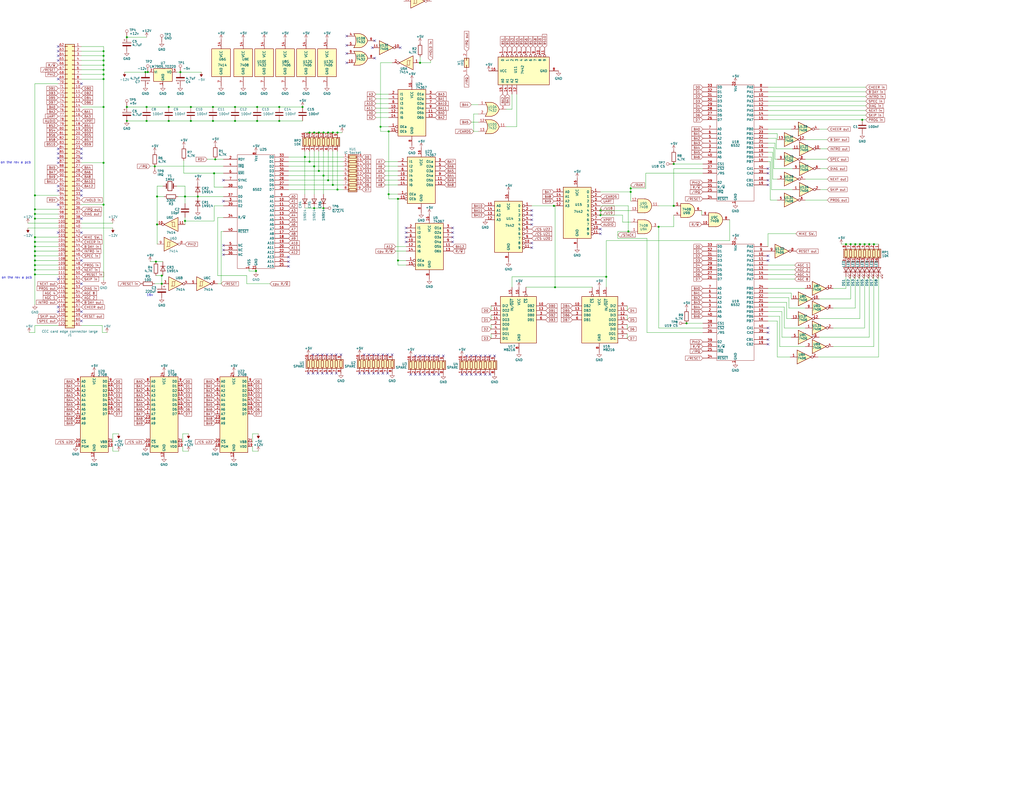
<source format=kicad_sch>
(kicad_sch (version 20230121) (generator eeschema)
  (paper "C")
  (junction (at 116.205 58.42))
  (junction (at 466.725 133.35))
  (junction (at 171.45 72.39))
  (junction (at 56.515 35.56))
  (junction (at 212.09 71.755))
  (junction (at 98.425 39.37))
  (junction (at 207.645 69.215))
  (junction (at 19.05 149.86))
  (junction (at 107.95 107.315))
  (junction (at 56.515 111.76))
  (junction (at 476.885 133.35))
  (junction (at 79.375 39.37))
  (junction (at 92.075 58.42))
  (junction (at 474.345 133.35))
  (junction (at 19.05 132.08))
  (junction (at 374.65 176.53))
  (junction (at 19.05 137.16))
  (junction (at 344.17 104.775))
  (junction (at 176.53 113.665))
  (junction (at 116.205 66.04))
  (junction (at 184.15 72.39))
  (junction (at 19.05 134.62))
  (junction (at 179.07 72.39))
  (junction (at 461.645 133.35))
  (junction (at 56.515 30.48))
  (junction (at 330.835 151.13))
  (junction (at 56.515 38.1))
  (junction (at 19.05 106.68))
  (junction (at 152.4 58.42))
  (junction (at 88.265 154.94))
  (junction (at 19.05 139.7))
  (junction (at 19.05 129.54))
  (junction (at 56.515 43.18))
  (junction (at 84.455 90.805))
  (junction (at 88.265 150.495))
  (junction (at 168.91 72.39))
  (junction (at 19.05 147.32))
  (junction (at 139.7 147.955))
  (junction (at 56.515 27.94))
  (junction (at 69.215 66.04))
  (junction (at 116.84 94.615))
  (junction (at 80.01 58.42))
  (junction (at 181.61 72.39))
  (junction (at 359.41 123.825))
  (junction (at 217.17 108.585))
  (junction (at 342.9 126.365))
  (junction (at 173.99 72.39))
  (junction (at 100.965 107.315))
  (junction (at 184.15 103.505))
  (junction (at 173.99 93.345))
  (junction (at 56.515 40.64))
  (junction (at 117.475 86.995))
  (junction (at 19.05 114.3))
  (junction (at 85.725 107.315))
  (junction (at 19.05 119.38))
  (junction (at 152.4 66.04))
  (junction (at 229.235 34.29))
  (junction (at 104.14 66.04))
  (junction (at 367.665 112.395))
  (junction (at 56.515 88.9))
  (junction (at 56.515 33.02))
  (junction (at 128.27 66.04))
  (junction (at 327.66 117.475))
  (junction (at 19.05 142.24))
  (junction (at 140.335 66.04))
  (junction (at 80.01 66.04))
  (junction (at 212.09 106.045))
  (junction (at 171.45 90.805))
  (junction (at 464.185 133.35))
  (junction (at 367.665 89.535))
  (junction (at 469.265 133.35))
  (junction (at 327.66 114.935))
  (junction (at 92.075 66.04))
  (junction (at 171.45 113.665))
  (junction (at 85.09 142.875))
  (junction (at 179.07 98.425))
  (junction (at 165.1 58.42))
  (junction (at 168.91 88.265))
  (junction (at 471.805 133.35))
  (junction (at 128.27 58.42))
  (junction (at 470.535 65.405))
  (junction (at 302.895 156.845))
  (junction (at 85.725 122.555))
  (junction (at 104.14 58.42))
  (junction (at 181.61 100.965))
  (junction (at 176.53 72.39))
  (junction (at 69.215 20.32))
  (junction (at 56.515 58.42))
  (junction (at 344.17 102.87))
  (junction (at 217.17 142.24))
  (junction (at 80.645 39.37))
  (junction (at 166.37 85.725))
  (junction (at 176.53 95.885))
  (junction (at 302.26 112.395))
  (junction (at 100.965 120.65))
  (junction (at 140.335 58.42))
  (junction (at 69.215 58.42))
  (junction (at 19.05 116.84))
  (junction (at 19.05 144.78))
  (no_connect (at 208.915 203.835))
  (no_connect (at 203.835 203.835))
  (no_connect (at 247.015 127))
  (no_connect (at 290.195 120.015))
  (no_connect (at 254.635 204.47))
  (no_connect (at 290.195 122.555))
  (no_connect (at 157.48 142.875))
  (no_connect (at 44.45 104.14))
  (no_connect (at 44.45 86.36))
  (no_connect (at 31.75 81.28))
  (no_connect (at 189.23 19.685))
  (no_connect (at 31.75 83.82))
  (no_connect (at 180.975 203.835))
  (no_connect (at 186.055 193.675))
  (no_connect (at 419.1 139.7))
  (no_connect (at 229.235 194.31))
  (no_connect (at 254.635 194.31))
  (no_connect (at 221.615 132.08))
  (no_connect (at 259.715 194.31))
  (no_connect (at 44.45 45.72))
  (no_connect (at 175.895 203.835))
  (no_connect (at 419.1 92.075))
  (no_connect (at 247.015 124.46))
  (no_connect (at 31.75 86.36))
  (no_connect (at 31.75 33.02))
  (no_connect (at 206.375 203.835))
  (no_connect (at 229.235 204.47))
  (no_connect (at 231.775 194.31))
  (no_connect (at 31.75 27.94))
  (no_connect (at 44.45 81.28))
  (no_connect (at 327.66 127.635))
  (no_connect (at 211.455 193.675))
  (no_connect (at 157.48 140.335))
  (no_connect (at 213.995 193.675))
  (no_connect (at 183.515 193.675))
  (no_connect (at 31.75 111.76))
  (no_connect (at 44.45 127))
  (no_connect (at 204.47 31.75))
  (no_connect (at 419.1 98.425))
  (no_connect (at 31.75 88.9))
  (no_connect (at 183.515 203.835))
  (no_connect (at 267.335 204.47))
  (no_connect (at 247.015 129.54))
  (no_connect (at 290.195 114.935))
  (no_connect (at 178.435 203.835))
  (no_connect (at 290.195 132.715))
  (no_connect (at 121.92 109.855))
  (no_connect (at 262.255 194.31))
  (no_connect (at 327.66 125.095))
  (no_connect (at 31.75 167.64))
  (no_connect (at 206.375 193.675))
  (no_connect (at 121.92 98.425))
  (no_connect (at 419.1 187.96))
  (no_connect (at 198.755 203.835))
  (no_connect (at 196.215 203.835))
  (no_connect (at 170.815 203.835))
  (no_connect (at 419.1 185.42))
  (no_connect (at 257.175 204.47))
  (no_connect (at 269.875 194.31))
  (no_connect (at 31.75 152.4))
  (no_connect (at 44.45 142.24))
  (no_connect (at 168.275 203.835))
  (no_connect (at 231.775 204.47))
  (no_connect (at 262.255 204.47))
  (no_connect (at 290.195 135.255))
  (no_connect (at 239.395 204.47))
  (no_connect (at 31.75 170.18))
  (no_connect (at 173.355 203.835))
  (no_connect (at 44.45 154.94))
  (no_connect (at 170.815 193.675))
  (no_connect (at 31.75 25.4))
  (no_connect (at 236.855 204.47))
  (no_connect (at 180.975 193.675))
  (no_connect (at 290.195 117.475))
  (no_connect (at 44.45 119.38))
  (no_connect (at 234.315 194.31))
  (no_connect (at 203.835 193.675))
  (no_connect (at 31.75 127))
  (no_connect (at 157.48 145.415))
  (no_connect (at 189.23 24.765))
  (no_connect (at 259.715 204.47))
  (no_connect (at 198.755 193.675))
  (no_connect (at 218.44 26.035))
  (no_connect (at 419.1 94.615))
  (no_connect (at 419.1 179.07))
  (no_connect (at 31.75 101.6))
  (no_connect (at 252.095 204.47))
  (no_connect (at 247.015 132.08))
  (no_connect (at 211.455 203.835))
  (no_connect (at 267.335 194.31))
  (no_connect (at 44.45 170.18))
  (no_connect (at 264.795 194.31))
  (no_connect (at 221.615 127))
  (no_connect (at 221.615 129.54))
  (no_connect (at 241.935 194.31))
  (no_connect (at 173.355 193.675))
  (no_connect (at 239.395 194.31))
  (no_connect (at 208.915 193.675))
  (no_connect (at 121.92 139.065))
  (no_connect (at 201.295 193.675))
  (no_connect (at 264.795 204.47))
  (no_connect (at 189.23 29.21))
  (no_connect (at 226.695 194.31))
  (no_connect (at 257.175 194.31))
  (no_connect (at 224.155 204.47))
  (no_connect (at 201.295 203.835))
  (no_connect (at 44.45 83.82))
  (no_connect (at 236.855 194.31))
  (no_connect (at 31.75 104.14))
  (no_connect (at 204.47 22.225))
  (no_connect (at 121.92 133.985))
  (no_connect (at 419.1 142.24))
  (no_connect (at 31.75 43.18))
  (no_connect (at 234.315 204.47))
  (no_connect (at 419.1 181.61))
  (no_connect (at 44.45 175.26))
  (no_connect (at 175.895 193.675))
  (no_connect (at 178.435 193.675))
  (no_connect (at 44.45 106.68))
  (no_connect (at 189.23 34.29))
  (no_connect (at 226.695 204.47))
  (no_connect (at 419.1 100.965))
  (no_connect (at 31.75 30.48))
  (no_connect (at 221.615 124.46))
  (no_connect (at 121.92 136.525))
  (no_connect (at 203.2 26.035))
  (wire (pts (xy 327.66 117.475) (xy 339.725 117.475)))
  (wire (pts (xy 19.05 132.08) (xy 19.05 134.62)))
  (wire (pts (xy 116.84 102.235) (xy 121.92 102.235)))
  (wire (pts (xy 276.225 69.215) (xy 281.94 69.215)))
  (wire (pts (xy 84.455 154.94) (xy 88.265 154.94)))
  (wire (pts (xy 176.53 72.39) (xy 179.07 72.39)))
  (wire (pts (xy 44.45 88.9) (xy 56.515 88.9)))
  (wire (pts (xy 337.185 126.365) (xy 342.9 126.365)))
  (wire (pts (xy 210.185 100.965) (xy 217.17 100.965)))
  (wire (pts (xy 422.91 78.105) (xy 419.1 78.105)))
  (wire (pts (xy 19.05 116.84) (xy 19.05 119.38)))
  (wire (pts (xy 19.05 181.61) (xy 15.875 181.61)))
  (wire (pts (xy 64.77 246.38) (xy 61.595 246.38)))
  (wire (pts (xy 342.265 172.085) (xy 342.265 174.625)))
  (wire (pts (xy 56.515 111.76) (xy 56.515 153.035)))
  (wire (pts (xy 81.915 90.805) (xy 84.455 90.805)))
  (wire (pts (xy 207.645 71.755) (xy 212.09 71.755)))
  (wire (pts (xy 337.185 126.365) (xy 337.185 130.175)))
  (wire (pts (xy 184.15 82.55) (xy 184.15 103.505)))
  (wire (pts (xy 419.1 170.18) (xy 426.72 170.18)))
  (wire (pts (xy 19.05 134.62) (xy 19.05 137.16)))
  (wire (pts (xy 367.665 89.535) (xy 383.54 89.535)))
  (wire (pts (xy 427.99 179.07) (xy 439.42 179.07)))
  (wire (pts (xy 212.09 71.755) (xy 212.09 106.045)))
  (wire (pts (xy 472.44 47.625) (xy 419.1 47.625)))
  (wire (pts (xy 44.45 30.48) (xy 56.515 30.48)))
  (wire (pts (xy 454.66 179.07) (xy 471.805 179.07)))
  (wire (pts (xy 31.75 114.3) (xy 19.05 114.3)))
  (wire (pts (xy 205.105 53.975) (xy 212.09 53.975)))
  (wire (pts (xy 287.02 156.845) (xy 302.895 156.845)))
  (wire (pts (xy 19.05 147.32) (xy 19.05 149.86)))
  (wire (pts (xy 215.9 134.62) (xy 221.615 134.62)))
  (wire (pts (xy 419.1 162.56) (xy 430.53 162.56)))
  (wire (pts (xy 234.95 33.02) (xy 234.95 34.29)))
  (wire (pts (xy 382.905 114.935) (xy 382.905 117.475)))
  (wire (pts (xy 15.24 121.92) (xy 31.75 121.92)))
  (wire (pts (xy 464.185 163.195) (xy 464.185 151.13)))
  (wire (pts (xy 419.1 157.48) (xy 439.42 157.48)))
  (wire (pts (xy 56.515 40.64) (xy 56.515 43.18)))
  (wire (pts (xy 451.485 92.075) (xy 447.675 92.075)))
  (wire (pts (xy 179.07 82.55) (xy 179.07 98.425)))
  (wire (pts (xy 424.18 194.945) (xy 431.165 194.945)))
  (wire (pts (xy 398.145 131.445) (xy 330.835 131.445)))
  (wire (pts (xy 102.87 246.38) (xy 99.695 246.38)))
  (wire (pts (xy 56.515 33.02) (xy 56.515 30.48)))
  (wire (pts (xy 383.54 179.07) (xy 359.41 179.07)))
  (wire (pts (xy 89.535 107.315) (xy 85.725 107.315)))
  (wire (pts (xy 55.88 181.61) (xy 55.88 177.8)))
  (wire (pts (xy 135.89 146.685) (xy 135.89 147.955)))
  (wire (pts (xy 421.64 97.79) (xy 424.18 97.79)))
  (wire (pts (xy 234.95 34.29) (xy 229.235 34.29)))
  (wire (pts (xy 139.7 148.59) (xy 139.7 147.955)))
  (wire (pts (xy 134.62 154.94) (xy 147.32 154.94)))
  (wire (pts (xy 171.45 90.805) (xy 171.45 106.045)))
  (wire (pts (xy 56.515 88.9) (xy 56.515 111.76)))
  (wire (pts (xy 258.445 71.755) (xy 260.985 71.755)))
  (wire (pts (xy 19.05 144.78) (xy 19.05 147.32)))
  (wire (pts (xy 344.17 100.965) (xy 344.17 102.87)))
  (wire (pts (xy 187.325 100.965) (xy 181.61 100.965)))
  (wire (pts (xy 184.15 72.39) (xy 186.69 72.39)))
  (wire (pts (xy 327.66 112.395) (xy 342.9 112.395)))
  (wire (pts (xy 140.335 66.04) (xy 152.4 66.04)))
  (wire (pts (xy 471.805 179.07) (xy 471.805 151.13)))
  (wire (pts (xy 205.105 61.595) (xy 212.09 61.595)))
  (wire (pts (xy 56.515 43.18) (xy 56.515 58.42)))
  (wire (pts (xy 430.53 168.275) (xy 439.42 168.275)))
  (wire (pts (xy 267.97 182.245) (xy 267.97 184.785)))
  (wire (pts (xy 447.04 163.195) (xy 464.185 163.195)))
  (wire (pts (xy 19.05 149.86) (xy 19.05 166.37)))
  (wire (pts (xy 470.535 65.405) (xy 419.1 65.405)))
  (wire (pts (xy 100.965 101.6) (xy 96.52 101.6)))
  (wire (pts (xy 427.99 167.64) (xy 427.99 179.07)))
  (wire (pts (xy 327.66 116.205) (xy 327.66 117.475)))
  (wire (pts (xy 422.275 80.645) (xy 419.1 80.645)))
  (wire (pts (xy 426.72 184.15) (xy 431.8 184.15)))
  (wire (pts (xy 419.1 167.64) (xy 427.99 167.64)))
  (wire (pts (xy 342.265 177.165) (xy 342.265 179.705)))
  (wire (pts (xy 466.725 133.35) (xy 464.185 133.35)))
  (wire (pts (xy 258.445 62.23) (xy 258.445 71.755)))
  (wire (pts (xy 79.375 39.37) (xy 80.645 39.37)))
  (wire (pts (xy 107.95 107.315) (xy 121.92 107.315)))
  (wire (pts (xy 44.45 124.46) (xy 61.595 124.46)))
  (wire (pts (xy 171.45 113.665) (xy 176.53 113.665)))
  (wire (pts (xy 157.48 88.265) (xy 168.91 88.265)))
  (wire (pts (xy 424.18 175.26) (xy 424.18 194.945)))
  (wire (pts (xy 420.37 88.265) (xy 420.37 109.22)))
  (wire (pts (xy 339.725 117.475) (xy 339.725 121.285)))
  (wire (pts (xy 121.92 118.745) (xy 118.745 118.745)))
  (wire (pts (xy 85.725 122.555) (xy 85.725 133.35)))
  (wire (pts (xy 55.88 177.8) (xy 44.45 177.8)))
  (wire (pts (xy 120.65 126.365) (xy 120.65 154.94)))
  (wire (pts (xy 451.485 76.2) (xy 439.42 76.2)))
  (wire (pts (xy 359.41 123.825) (xy 359.41 179.07)))
  (wire (pts (xy 100.965 107.315) (xy 100.965 101.6)))
  (wire (pts (xy 217.17 142.24) (xy 217.17 144.78)))
  (wire (pts (xy 472.44 55.245) (xy 419.1 55.245)))
  (wire (pts (xy 80.01 58.42) (xy 92.075 58.42)))
  (wire (pts (xy 100.965 120.65) (xy 116.84 120.65)))
  (wire (pts (xy 260.985 62.23) (xy 258.445 62.23)))
  (wire (pts (xy 344.17 104.775) (xy 344.17 109.855)))
  (wire (pts (xy 19.05 129.54) (xy 19.05 132.08)))
  (wire (pts (xy 422.275 80.645) (xy 422.275 92.075)))
  (wire (pts (xy 128.27 66.04) (xy 140.335 66.04)))
  (wire (pts (xy 279.4 51.435) (xy 279.4 59.69)))
  (wire (pts (xy 31.75 45.72) (xy 19.05 45.72)))
  (wire (pts (xy 31.75 139.7) (xy 19.05 139.7)))
  (wire (pts (xy 19.05 119.38) (xy 31.75 119.38)))
  (wire (pts (xy 210.185 98.425) (xy 217.17 98.425)))
  (wire (pts (xy 217.17 142.24) (xy 221.615 142.24)))
  (wire (pts (xy 19.05 181.61) (xy 19.05 177.8)))
  (wire (pts (xy 19.05 106.68) (xy 19.05 114.3)))
  (wire (pts (xy 157.48 103.505) (xy 184.15 103.505)))
  (wire (pts (xy 19.05 177.8) (xy 31.75 177.8)))
  (wire (pts (xy 44.45 121.92) (xy 61.595 121.92)))
  (wire (pts (xy 383.54 92.075) (xy 367.665 92.075)))
  (wire (pts (xy 137.795 236.855) (xy 137.795 241.3)))
  (wire (pts (xy 217.17 108.585) (xy 217.17 142.24)))
  (wire (pts (xy 134.62 150.495) (xy 134.62 154.94)))
  (wire (pts (xy 339.725 121.285) (xy 344.17 121.285)))
  (wire (pts (xy 31.75 144.78) (xy 19.05 144.78)))
  (wire (pts (xy 421.64 83.185) (xy 421.64 97.79)))
  (wire (pts (xy 327.66 104.775) (xy 344.17 104.775)))
  (wire (pts (xy 61.595 236.855) (xy 61.595 241.3)))
  (wire (pts (xy 135.89 147.955) (xy 139.7 147.955)))
  (wire (pts (xy 430.53 162.56) (xy 430.53 168.275)))
  (wire (pts (xy 128.27 58.42) (xy 140.335 58.42)))
  (wire (pts (xy 451.485 86.995) (xy 439.42 86.995)))
  (wire (pts (xy 31.75 137.16) (xy 19.05 137.16)))
  (wire (pts (xy 267.97 177.165) (xy 267.97 179.705)))
  (wire (pts (xy 476.885 133.35) (xy 474.345 133.35)))
  (wire (pts (xy 466.725 168.275) (xy 466.725 151.13)))
  (wire (pts (xy 187.325 95.885) (xy 176.53 95.885)))
  (wire (pts (xy 152.4 58.42) (xy 165.1 58.42)))
  (wire (pts (xy 104.14 58.42) (xy 116.205 58.42)))
  (wire (pts (xy 166.37 72.39) (xy 168.91 72.39)))
  (wire (pts (xy 327.66 113.665) (xy 327.66 114.935)))
  (wire (pts (xy 210.185 88.265) (xy 217.17 88.265)))
  (wire (pts (xy 454.66 168.275) (xy 466.725 168.275)))
  (wire (pts (xy 168.91 82.55) (xy 168.91 88.265)))
  (wire (pts (xy 367.665 92.075) (xy 367.665 112.395)))
  (wire (pts (xy 179.07 98.425) (xy 187.325 98.425)))
  (wire (pts (xy 166.37 85.725) (xy 166.37 106.045)))
  (wire (pts (xy 100.965 107.315) (xy 100.965 111.125)))
  (wire (pts (xy 419.1 73.025) (xy 424.18 73.025)))
  (wire (pts (xy 422.91 86.995) (xy 422.91 78.105)))
  (wire (pts (xy 157.48 98.425) (xy 179.07 98.425)))
  (wire (pts (xy 469.265 133.35) (xy 466.725 133.35)))
  (wire (pts (xy 44.45 58.42) (xy 56.515 58.42)))
  (wire (pts (xy 58.42 181.61) (xy 55.88 181.61)))
  (wire (pts (xy 85.725 101.6) (xy 85.725 107.315)))
  (wire (pts (xy 383.54 181.61) (xy 353.06 181.61)))
  (wire (pts (xy 44.45 35.56) (xy 56.515 35.56)))
  (wire (pts (xy 67.945 39.37) (xy 79.375 39.37)))
  (wire (pts (xy 454.66 189.23) (xy 476.885 189.23)))
  (wire (pts (xy 451.485 97.79) (xy 439.42 97.79)))
  (wire (pts (xy 422.275 92.075) (xy 432.435 92.075)))
  (wire (pts (xy 56.515 30.48) (xy 56.515 27.94)))
  (wire (pts (xy 81.28 39.37) (xy 80.645 39.37)))
  (wire (pts (xy 451.485 70.485) (xy 447.04 70.485)))
  (wire (pts (xy 31.75 149.86) (xy 19.05 149.86)))
  (wire (pts (xy 327.66 114.935) (xy 344.17 114.935)))
  (wire (pts (xy 461.645 133.35) (xy 459.105 133.35)))
  (wire (pts (xy 173.99 82.55) (xy 173.99 93.345)))
  (wire (pts (xy 447.04 184.15) (xy 474.345 184.15)))
  (wire (pts (xy 187.325 88.265) (xy 168.91 88.265)))
  (wire (pts (xy 330.835 131.445) (xy 330.835 151.13)))
  (wire (pts (xy 419.1 127.635) (xy 419.1 134.62)))
  (wire (pts (xy 353.06 181.61) (xy 353.06 130.175)))
  (wire (pts (xy 97.155 107.315) (xy 100.965 107.315)))
  (wire (pts (xy 85.09 142.875) (xy 88.9 142.875)))
  (wire (pts (xy 425.45 189.23) (xy 439.42 189.23)))
  (wire (pts (xy 434.34 127.635) (xy 419.1 127.635)))
  (wire (pts (xy 419.1 175.26) (xy 424.18 175.26)))
  (wire (pts (xy 472.44 50.165) (xy 419.1 50.165)))
  (wire (pts (xy 44.45 38.1) (xy 56.515 38.1)))
  (wire (pts (xy 446.405 194.945) (xy 479.425 194.945)))
  (wire (pts (xy 451.485 109.22) (xy 439.42 109.22)))
  (wire (pts (xy 212.09 108.585) (xy 217.17 108.585)))
  (wire (pts (xy 69.215 66.04) (xy 80.01 66.04)))
  (wire (pts (xy 171.45 72.39) (xy 173.99 72.39)))
  (wire (pts (xy 100.965 118.745) (xy 100.965 120.65)))
  (wire (pts (xy 433.705 144.78) (xy 419.1 144.78)))
  (wire (pts (xy 139.7 147.955) (xy 139.7 146.685)))
  (wire (pts (xy 302.895 112.395) (xy 302.26 112.395)))
  (wire (pts (xy 137.795 246.38) (xy 137.795 243.84)))
  (wire (pts (xy 419.1 70.485) (xy 431.8 70.485)))
  (wire (pts (xy 472.44 52.705) (xy 419.1 52.705)))
  (wire (pts (xy 451.485 103.505) (xy 447.675 103.505)))
  (wire (pts (xy 330.835 156.845) (xy 330.835 151.13)))
  (wire (pts (xy 99.695 246.38) (xy 99.695 243.84)))
  (wire (pts (xy 121.92 94.615) (xy 116.84 94.615)))
  (wire (pts (xy 472.44 60.325) (xy 419.1 60.325)))
  (wire (pts (xy 342.265 167.005) (xy 342.265 169.545)))
  (wire (pts (xy 80.01 66.04) (xy 92.075 66.04)))
  (wire (pts (xy 469.265 173.99) (xy 469.265 151.13)))
  (wire (pts (xy 267.97 172.085) (xy 267.97 174.625)))
  (wire (pts (xy 168.91 72.39) (xy 171.45 72.39)))
  (wire (pts (xy 179.07 72.39) (xy 181.61 72.39)))
  (wire (pts (xy 19.05 142.24) (xy 19.05 144.78)))
  (wire (pts (xy 344.17 102.87) (xy 352.425 102.87)))
  (wire (pts (xy 81.915 142.875) (xy 85.09 142.875)))
  (wire (pts (xy 157.48 90.805) (xy 171.45 90.805)))
  (wire (pts (xy 92.075 58.42) (xy 104.14 58.42)))
  (wire (pts (xy 257.175 66.675) (xy 260.985 66.675)))
  (wire (pts (xy 118.745 150.495) (xy 134.62 150.495)))
  (wire (pts (xy 44.45 33.02) (xy 56.515 33.02)))
  (wire (pts (xy 344.17 102.87) (xy 344.17 104.775)))
  (wire (pts (xy 212.09 106.045) (xy 217.17 106.045)))
  (wire (pts (xy 472.44 62.865) (xy 419.1 62.865)))
  (wire (pts (xy 152.4 66.04) (xy 165.1 66.04)))
  (wire (pts (xy 302.895 112.395) (xy 302.895 156.845)))
  (wire (pts (xy 116.84 94.615) (xy 116.84 102.235)))
  (wire (pts (xy 429.26 165.1) (xy 429.26 173.99)))
  (wire (pts (xy 187.325 90.805) (xy 171.45 90.805)))
  (wire (pts (xy 85.09 150.495) (xy 88.265 150.495)))
  (wire (pts (xy 56.515 38.1) (xy 56.515 40.64)))
  (wire (pts (xy 140.97 236.855) (xy 137.795 236.855)))
  (wire (pts (xy 19.05 114.3) (xy 19.05 116.84)))
  (wire (pts (xy 173.99 72.39) (xy 176.53 72.39)))
  (wire (pts (xy 433.705 149.86) (xy 419.1 149.86)))
  (wire (pts (xy 157.48 93.345) (xy 173.99 93.345)))
  (wire (pts (xy 56.515 38.1) (xy 56.515 35.56)))
  (wire (pts (xy 426.72 170.18) (xy 426.72 184.15)))
  (wire (pts (xy 421.64 83.185) (xy 419.1 83.185)))
  (wire (pts (xy 276.225 59.69) (xy 279.4 59.69)))
  (wire (pts (xy 19.05 119.38) (xy 19.05 129.54)))
  (wire (pts (xy 31.75 134.62) (xy 19.05 134.62)))
  (wire (pts (xy 205.105 59.055) (xy 212.09 59.055)))
  (wire (pts (xy 56.515 58.42) (xy 56.515 88.9)))
  (wire (pts (xy 44.45 43.18) (xy 56.515 43.18)))
  (wire (pts (xy 207.645 69.215) (xy 207.645 71.755)))
  (wire (pts (xy 471.805 133.35) (xy 469.265 133.35)))
  (wire (pts (xy 56.515 27.94) (xy 56.515 25.4)))
  (wire (pts (xy 19.05 139.7) (xy 19.05 142.24)))
  (wire (pts (xy 19.05 45.72) (xy 19.05 106.68)))
  (wire (pts (xy 257.175 57.15) (xy 260.985 57.15)))
  (wire (pts (xy 451.485 81.28) (xy 447.675 81.28)))
  (wire (pts (xy 181.61 82.55) (xy 181.61 100.965)))
  (wire (pts (xy 116.84 112.395) (xy 121.92 112.395)))
  (wire (pts (xy 479.425 194.945) (xy 479.425 151.13)))
  (wire (pts (xy 433.705 152.4) (xy 419.1 152.4)))
  (wire (pts (xy 205.105 51.435) (xy 212.09 51.435)))
  (wire (pts (xy 205.105 56.515) (xy 212.09 56.515)))
  (wire (pts (xy 419.1 75.565) (xy 423.545 75.565)))
  (wire (pts (xy 80.01 58.42) (xy 69.215 58.42)))
  (wire (pts (xy 210.185 95.885) (xy 217.17 95.885)))
  (wire (pts (xy 472.44 57.785) (xy 419.1 57.785)))
  (wire (pts (xy 229.235 31.115) (xy 229.235 34.29)))
  (wire (pts (xy 61.595 246.38) (xy 61.595 243.84)))
  (wire (pts (xy 210.185 90.805) (xy 217.17 90.805)))
  (wire (pts (xy 99.695 236.855) (xy 99.695 241.3)))
  (wire (pts (xy 367.665 123.825) (xy 367.665 117.475)))
  (wire (pts (xy 210.185 93.345) (xy 217.17 93.345)))
  (wire (pts (xy 118.745 118.745) (xy 118.745 150.495)))
  (wire (pts (xy 454.66 157.48) (xy 461.645 157.48)))
  (wire (pts (xy 359.41 112.395) (xy 367.665 112.395)))
  (wire (pts (xy 425.45 172.72) (xy 425.45 189.23)))
  (wire (pts (xy 104.14 66.04) (xy 116.205 66.04)))
  (wire (pts (xy 290.195 112.395) (xy 302.26 112.395)))
  (wire (pts (xy 44.45 27.94) (xy 56.515 27.94)))
  (wire (pts (xy 359.41 123.825) (xy 367.665 123.825)))
  (wire (pts (xy 121.92 126.365) (xy 120.65 126.365)))
  (wire (pts (xy 281.94 69.215) (xy 281.94 51.435)))
  (wire (pts (xy 472.44 65.405) (xy 470.535 65.405)))
  (wire (pts (xy 267.97 167.005) (xy 267.97 169.545)))
  (wire (pts (xy 176.53 95.885) (xy 176.53 106.045)))
  (wire (pts (xy 88.9 101.6) (xy 85.725 101.6)))
  (wire (pts (xy 113.03 86.995) (xy 117.475 86.995)))
  (wire (pts (xy 102.87 236.855) (xy 99.695 236.855)))
  (wire (pts (xy 187.325 103.505) (xy 184.15 103.505)))
  (wire (pts (xy 464.185 133.35) (xy 461.645 133.35)))
  (wire (pts (xy 107.95 107.315) (xy 100.965 107.315)))
  (wire (pts (xy 419.1 160.02) (xy 431.8 160.02)))
  (wire (pts (xy 337.185 130.175) (xy 353.06 130.175)))
  (wire (pts (xy 85.725 107.315) (xy 85.725 122.555)))
  (wire (pts (xy 166.37 113.665) (xy 171.45 113.665)))
  (wire (pts (xy 19.05 116.84) (xy 31.75 116.84)))
  (wire (pts (xy 279.4 151.13) (xy 330.835 151.13)))
  (wire (pts (xy 100.33 87.63) (xy 100.33 94.615)))
  (wire (pts (xy 176.53 82.55) (xy 176.53 95.885)))
  (wire (pts (xy 352.425 94.615) (xy 352.425 102.87)))
  (wire (pts (xy 116.84 94.615) (xy 100.33 94.615)))
  (wire (pts (xy 421.005 85.725) (xy 421.005 103.505)))
  (wire (pts (xy 31.75 132.08) (xy 19.05 132.08)))
  (wire (pts (xy 116.205 58.42) (xy 128.27 58.42)))
  (wire (pts (xy 424.18 76.2) (xy 424.18 73.025)))
  (wire (pts (xy 342.9 126.365) (xy 342.9 112.395)))
  (wire (pts (xy 474.345 184.15) (xy 474.345 151.13)))
  (wire (pts (xy 140.335 58.42) (xy 152.4 58.42)))
  (wire (pts (xy 157.48 95.885) (xy 176.53 95.885)))
  (wire (pts (xy 431.8 160.02) (xy 431.8 163.195)))
  (wire (pts (xy 419.1 165.1) (xy 429.26 165.1)))
  (wire (pts (xy 212.09 106.045) (xy 212.09 108.585)))
  (wire (pts (xy 461.645 157.48) (xy 461.645 151.13)))
  (wire (pts (xy 447.04 173.99) (xy 469.265 173.99)))
  (wire (pts (xy 173.99 93.345) (xy 187.325 93.345)))
  (wire (pts (xy 31.75 147.32) (xy 19.05 147.32)))
  (wire (pts (xy 398.145 120.015) (xy 398.145 131.445)))
  (wire (pts (xy 44.45 25.4) (xy 56.515 25.4)))
  (wire (pts (xy 421.005 85.725) (xy 419.1 85.725)))
  (wire (pts (xy 207.645 34.29) (xy 207.645 69.215)))
  (wire (pts (xy 474.345 133.35) (xy 471.805 133.35)))
  (wire (pts (xy 15.24 124.46) (xy 31.75 124.46)))
  (wire (pts (xy 433.705 147.32) (xy 419.1 147.32)))
  (wire (pts (xy 98.425 39.37) (xy 96.52 39.37)))
  (wire (pts (xy 479.425 133.35) (xy 476.885 133.35)))
  (wire (pts (xy 420.37 88.265) (xy 419.1 88.265)))
  (wire (pts (xy 213.995 34.29) (xy 207.645 34.29)))
  (wire (pts (xy 109.855 39.37) (xy 98.425 39.37)))
  (wire (pts (xy 429.26 173.99) (xy 431.8 173.99)))
  (wire (pts (xy 383.54 94.615) (xy 352.425 94.615)))
  (wire (pts (xy 476.885 189.23) (xy 476.885 151.13)))
  (wire (pts (xy 116.205 66.04) (xy 128.27 66.04)))
  (wire (pts (xy 56.515 35.56) (xy 56.515 33.02)))
  (wire (pts (xy 157.48 100.965) (xy 181.61 100.965)))
  (wire (pts (xy 69.215 20.32) (xy 80.01 20.32)))
  (wire (pts (xy 423.545 81.28) (xy 432.435 81.28)))
  (wire (pts (xy 44.45 40.64) (xy 56.515 40.64)))
  (wire (pts (xy 88.265 150.495) (xy 88.265 154.94)))
  (wire (pts (xy 420.37 109.22) (xy 424.18 109.22)))
  (wire (pts (xy 64.77 236.855) (xy 61.595 236.855)))
  (wire (pts (xy 215.9 137.16) (xy 221.615 137.16)))
  (wire (pts (xy 100.965 122.555) (xy 100.965 120.65)))
  (wire (pts (xy 302.895 156.845) (xy 323.215 156.845)))
  (wire (pts (xy 166.37 82.55) (xy 166.37 85.725)))
  (wire (pts (xy 84.455 90.805) (xy 121.92 90.805)))
  (wire (pts (xy 157.48 85.725) (xy 166.37 85.725)))
  (wire (pts (xy 19.05 137.16) (xy 19.05 139.7)))
  (wire (pts (xy 171.45 82.55) (xy 171.45 90.805)))
  (wire (pts (xy 423.545 75.565) (xy 423.545 81.28)))
  (wire (pts (xy 44.45 111.76) (xy 56.515 111.76)))
  (wire (pts (xy 92.075 66.04) (xy 104.14 66.04)))
  (wire (pts (xy 19.05 142.24) (xy 31.75 142.24)))
  (wire (pts (xy 140.97 246.38) (xy 137.795 246.38)))
  (wire (pts (xy 88.265 150.495) (xy 88.9 150.495)))
  (wire (pts (xy 342.265 182.245) (xy 342.265 184.785)))
  (wire (pts (xy 116.84 120.65) (xy 116.84 112.395)))
  (wire (pts (xy 117.475 86.995) (xy 121.92 86.995)))
  (wire (pts (xy 187.325 85.725) (xy 166.37 85.725)))
  (wire (pts (xy 217.17 144.78) (xy 221.615 144.78)))
  (wire (pts (xy 279.4 151.13) (xy 279.4 156.845)))
  (wire (pts (xy 207.645 69.215) (xy 212.09 69.215)))
  (wire (pts (xy 31.75 106.68) (xy 19.05 106.68)))
  (wire (pts (xy 419.1 172.72) (xy 425.45 172.72)))
  (wire (pts (xy 421.005 103.505) (xy 432.435 103.505)))
  (wire (pts (xy 342.9 126.365) (xy 344.17 126.365)))
  (wire (pts (xy 19.05 129.54) (xy 31.75 129.54)))
  (wire (pts (xy 422.91 86.995) (xy 424.18 86.995)))
  (wire (pts (xy 120.65 154.94) (xy 118.745 154.94)))
  (wire (pts (xy 374.65 176.53) (xy 383.54 176.53)))
  (wire (pts (xy 205.105 64.135) (xy 212.09 64.135)))
  (wire (pts (xy 181.61 72.39) (xy 184.15 72.39)))
  (text "112 grounded on rev a schematic, not grounded on the rev a pcb" (at -47.625 152.4 0) (effects (font (size 1.27 1.27)) (justify left bottom)))
  (text "87 grounded on rev a schematic, not grounded on the rev a pcb" (at -46.99 89.535 0) (effects (font (size 1.27 1.27)) (justify left bottom)))
  (text "16v" (at 80.01 161.925 0) (effects (font (size 1.27 1.27)) (justify left bottom)))
  (global_label "D2" (shape input) (at 197.485 90.805 0) (property "Intersheetrefs" "${INTERSHEET_REFS}" (effects hide)))
  (global_label "BA1" (shape input) (at 383.54 160.02 180) (property "Intersheetrefs" "${INTERSHEET_REFS}" (effects hide)))
  (global_label "D1" (shape input) (at 197.485 88.265 0) (property "Intersheetrefs" "${INTERSHEET_REFS}" (effects hide)))
  (global_label "A8" (shape input) (at 210.185 100.965 180) (property "Intersheetrefs" "${INTERSHEET_REFS}" (effects hide)))
  (global_label "D3" (shape input) (at 137.795 215.9 0) (property "Intersheetrefs" "${INTERSHEET_REFS}" (effects hide)))
  (global_label "{slash}RESET in" (shape input) (at 44.45 149.86 0) (property "Intersheetrefs" "${INTERSHEET_REFS}" (effects hide)))
  (global_label "BA5" (shape input) (at 31.75 91.44 180) (property "Intersheetrefs" "${INTERSHEET_REFS}" (effects hide)))
  (global_label "PHI2" (shape input) (at 31.75 40.64 180) (property "Intersheetrefs" "${INTERSHEET_REFS}" (effects hide)))
  (global_label "AGC 8" (shape input) (at 44.45 160.02 0) (property "Intersheetrefs" "${INTERSHEET_REFS}" (effects hide)))
  (global_label "A7" (shape input) (at 157.48 125.095 0) (property "Intersheetrefs" "${INTERSHEET_REFS}" (effects hide)))
  (global_label "BS3" (shape input) (at 279.4 26.035 90) (property "Intersheetrefs" "${INTERSHEET_REFS}" (effects hide)))
  (global_label "BA4" (shape input) (at 79.375 218.44 180) (property "Intersheetrefs" "${INTERSHEET_REFS}" (effects hide)))
  (global_label "INTRO in" (shape input) (at 472.44 52.705 0) (property "Intersheetrefs" "${INTERSHEET_REFS}" (effects hide)))
  (global_label "DB0" (shape input) (at 297.815 167.005 0) (property "Intersheetrefs" "${INTERSHEET_REFS}" (effects hide)))
  (global_label "D5" (shape input) (at 99.695 220.98 0) (property "Intersheetrefs" "${INTERSHEET_REFS}" (effects hide)))
  (global_label "{slash}IRQ" (shape input) (at 81.915 90.805 180) (property "Intersheetrefs" "${INTERSHEET_REFS}" (effects hide)))
  (global_label "DB6" (shape input) (at 44.45 55.88 0) (property "Intersheetrefs" "${INTERSHEET_REFS}" (effects hide)))
  (global_label "BA5" (shape input) (at 117.475 220.98 180) (property "Intersheetrefs" "${INTERSHEET_REFS}" (effects hide)))
  (global_label "D0" (shape input) (at 383.54 47.625 180) (property "Intersheetrefs" "${INTERSHEET_REFS}" (effects hide)))
  (global_label "BA5" (shape input) (at 242.57 93.345 0) (property "Intersheetrefs" "${INTERSHEET_REFS}" (effects hide)))
  (global_label "A7" (shape input) (at 210.185 88.265 180) (property "Intersheetrefs" "${INTERSHEET_REFS}" (effects hide)))
  (global_label "SPEC out" (shape input) (at 451.485 86.995 0) (property "Intersheetrefs" "${INTERSHEET_REFS}" (effects hide)))
  (global_label "DB4" (shape input) (at 44.45 53.34 0) (property "Intersheetrefs" "${INTERSHEET_REFS}" (effects hide)))
  (global_label "D5" (shape input) (at 383.54 60.325 180) (property "Intersheetrefs" "${INTERSHEET_REFS}" (effects hide)))
  (global_label "NEXT out" (shape input) (at 31.75 154.94 180) (property "Intersheetrefs" "${INTERSHEET_REFS}" (effects hide)))
  (global_label "D6" (shape input) (at 137.795 223.52 0) (property "Intersheetrefs" "${INTERSHEET_REFS}" (effects hide)))
  (global_label "BS5" (shape input) (at 44.45 73.66 0) (property "Intersheetrefs" "${INTERSHEET_REFS}" (effects hide)))
  (global_label "BA4" (shape input) (at 257.175 57.15 180) (property "Intersheetrefs" "${INTERSHEET_REFS}" (effects hide)))
  (global_label "CHEER out" (shape input) (at 451.485 70.485 0) (property "Intersheetrefs" "${INTERSHEET_REFS}" (effects hide)))
  (global_label "{slash}HOLD in" (shape input) (at 44.45 109.22 0) (property "Intersheetrefs" "${INTERSHEET_REFS}" (effects hide)))
  (global_label "BS8" (shape input) (at 292.1 26.035 90) (property "Intersheetrefs" "${INTERSHEET_REFS}" (effects hide)))
  (global_label "BA9" (shape input) (at 31.75 96.52 180) (property "Intersheetrefs" "${INTERSHEET_REFS}" (effects hide)))
  (global_label "BA5" (shape input) (at 383.54 83.185 180) (property "Intersheetrefs" "${INTERSHEET_REFS}" (effects hide)))
  (global_label "BA3" (shape input) (at 383.54 78.105 180) (property "Intersheetrefs" "${INTERSHEET_REFS}" (effects hide)))
  (global_label "BA10" (shape input) (at 264.795 112.395 180) (property "Intersheetrefs" "${INTERSHEET_REFS}" (effects hide)))
  (global_label "D0" (shape input) (at 383.54 134.62 180) (property "Intersheetrefs" "${INTERSHEET_REFS}" (effects hide)))
  (global_label "A4" (shape input) (at 210.185 95.885 180) (property "Intersheetrefs" "${INTERSHEET_REFS}" (effects hide)))
  (global_label "A3" (shape input) (at 205.105 51.435 180) (property "Intersheetrefs" "${INTERSHEET_REFS}" (effects hide)))
  (global_label "BA2" (shape input) (at 237.49 64.135 0) (property "Intersheetrefs" "${INTERSHEET_REFS}" (effects hide)))
  (global_label "BA3" (shape input) (at 237.49 51.435 0) (property "Intersheetrefs" "${INTERSHEET_REFS}" (effects hide)))
  (global_label "BA0" (shape input) (at 41.275 208.28 180) (property "Intersheetrefs" "${INTERSHEET_REFS}" (effects hide)))
  (global_label "cpu R{slash}~{W}" (shape input) (at 215.9 137.16 180) (property "Intersheetrefs" "${INTERSHEET_REFS}" (effects hide)))
  (global_label "D5" (shape input) (at 383.54 147.32 180) (property "Intersheetrefs" "${INTERSHEET_REFS}" (effects hide)))
  (global_label "SKIP out" (shape input) (at 31.75 172.72 180) (property "Intersheetrefs" "${INTERSHEET_REFS}" (effects hide)))
  (global_label "A1" (shape input) (at 157.48 109.855 0) (property "Intersheetrefs" "${INTERSHEET_REFS}" (effects hide)))
  (global_label "{slash}CS U22" (shape input) (at 117.475 241.3 180) (property "Intersheetrefs" "${INTERSHEET_REFS}" (effects hide)))
  (global_label "D5" (shape input) (at 137.795 220.98 0) (property "Intersheetrefs" "${INTERSHEET_REFS}" (effects hide)))
  (global_label "D1" (shape input) (at 137.795 210.82 0) (property "Intersheetrefs" "${INTERSHEET_REFS}" (effects hide)))
  (global_label "SKIP out" (shape input) (at 451.485 103.505 0) (property "Intersheetrefs" "${INTERSHEET_REFS}" (effects hide)))
  (global_label "BA4" (shape input) (at 383.54 167.64 180) (property "Intersheetrefs" "${INTERSHEET_REFS}" (effects hide)))
  (global_label "A12" (shape input) (at 157.48 137.795 0) (property "Intersheetrefs" "${INTERSHEET_REFS}" (effects hide)))
  (global_label "B'DAY in" (shape input) (at 472.44 50.165 0) (property "Intersheetrefs" "${INTERSHEET_REFS}" (effects hide)))
  (global_label "D0" (shape input) (at 137.795 208.28 0) (property "Intersheetrefs" "${INTERSHEET_REFS}" (effects hide)))
  (global_label "BA0" (shape input) (at 31.75 58.42 180) (property "Intersheetrefs" "${INTERSHEET_REFS}" (effects hide)))
  (global_label "BA10" (shape input) (at 237.49 56.515 0) (property "Intersheetrefs" "${INTERSHEET_REFS}" (effects hide)))
  (global_label "D0" (shape input) (at 197.485 85.725 0) (property "Intersheetrefs" "${INTERSHEET_REFS}" (effects hide)))
  (global_label "D2" (shape input) (at 99.695 213.36 0) (property "Intersheetrefs" "${INTERSHEET_REFS}" (effects hide)))
  (global_label "D5" (shape input) (at 61.595 220.98 0) (property "Intersheetrefs" "${INTERSHEET_REFS}" (effects hide)))
  (global_label "D4" (shape input) (at 137.795 218.44 0) (property "Intersheetrefs" "${INTERSHEET_REFS}" (effects hide)))
  (global_label "D3" (shape input) (at 383.54 142.24 180) (property "Intersheetrefs" "${INTERSHEET_REFS}" (effects hide)))
  (global_label "D0" (shape input) (at 267.97 169.545 180) (property "Intersheetrefs" "${INTERSHEET_REFS}" (effects hide)))
  (global_label "BS8" (shape input) (at 31.75 76.2 180) (property "Intersheetrefs" "${INTERSHEET_REFS}" (effects hide)))
  (global_label "BA6" (shape input) (at 383.54 172.72 180) (property "Intersheetrefs" "${INTERSHEET_REFS}" (effects hide)))
  (global_label "BA2" (shape input) (at 79.375 213.36 180) (property "Intersheetrefs" "${INTERSHEET_REFS}" (effects hide)))
  (global_label "BA0" (shape input) (at 79.375 208.28 180) (property "Intersheetrefs" "${INTERSHEET_REFS}" (effects hide)))
  (global_label "BS7" (shape input) (at 44.45 76.2 0) (property "Intersheetrefs" "${INTERSHEET_REFS}" (effects hide)))
  (global_label "BA12" (shape input) (at 264.795 117.475 180) (property "Intersheetrefs" "${INTERSHEET_REFS}" (effects hide)))
  (global_label "NEXT in" (shape input) (at 472.44 60.325 0) (property "Intersheetrefs" "${INTERSHEET_REFS}" (effects hide)))
  (global_label "BA3" (shape input) (at 79.375 215.9 180) (property "Intersheetrefs" "${INTERSHEET_REFS}" (effects hide)))
  (global_label "D6" (shape input) (at 383.54 149.86 180) (property "Intersheetrefs" "${INTERSHEET_REFS}" (effects hide)))
  (global_label "BS6" (shape input) (at 31.75 73.66 180) (property "Intersheetrefs" "${INTERSHEET_REFS}" (effects hide)))
  (global_label "A2" (shape input) (at 205.105 64.135 180) (property "Intersheetrefs" "${INTERSHEET_REFS}" (effects hide)))
  (global_label "BS9" (shape input) (at 294.64 26.035 90) (property "Intersheetrefs" "${INTERSHEET_REFS}" (effects hide)))
  (global_label "BA6" (shape input) (at 383.54 85.725 180) (property "Intersheetrefs" "${INTERSHEET_REFS}" (effects hide)))
  (global_label "A1" (shape input) (at 205.105 53.975 180) (property "Intersheetrefs" "${INTERSHEET_REFS}" (effects hide)))
  (global_label "BA5" (shape input) (at 79.375 220.98 180) (property "Intersheetrefs" "${INTERSHEET_REFS}" (effects hide)))
  (global_label "BA3" (shape input) (at 383.54 165.1 180) (property "Intersheetrefs" "${INTERSHEET_REFS}" (effects hide)))
  (global_label "BA11" (shape input) (at 237.49 59.055 0) (property "Intersheetrefs" "${INTERSHEET_REFS}" (effects hide)))
  (global_label "cpu R{slash}~{W}" (shape input) (at 147.32 154.94 0) (property "Intersheetrefs" "${INTERSHEET_REFS}" (effects hide)))
  (global_label "BA2" (shape input) (at 383.54 75.565 180) (property "Intersheetrefs" "${INTERSHEET_REFS}" (effects hide)))
  (global_label "D6" (shape input) (at 197.485 100.965 0) (property "Intersheetrefs" "${INTERSHEET_REFS}" (effects hide)))
  (global_label "{slash}HOLD in" (shape input) (at 234.95 33.02 90) (property "Intersheetrefs" "${INTERSHEET_REFS}" (effects hide)))
  (global_label "BA4" (shape input) (at 117.475 218.44 180) (property "Intersheetrefs" "${INTERSHEET_REFS}" (effects hide)))
  (global_label "CHEER in" (shape input) (at 472.44 47.625 0) (property "Intersheetrefs" "${INTERSHEET_REFS}" (effects hide)))
  (global_label "{slash}CS U20" (shape input) (at 41.275 241.3 180) (property "Intersheetrefs" "${INTERSHEET_REFS}" (effects hide)))
  (global_label "DIAG out" (shape input) (at 44.45 116.84 0) (property "Intersheetrefs" "${INTERSHEET_REFS}" (effects hide)))
  (global_label "{slash}RESET" (shape input) (at 120.65 154.94 0) (property "Intersheetrefs" "${INTERSHEET_REFS}" (effects hide)))
  (global_label "DIAG out" (shape input) (at 451.485 92.075 0) (property "Intersheetrefs" "${INTERSHEET_REFS}" (effects hide)))
  (global_label "{slash}RESET" (shape input) (at 31.75 38.1 180) (property "Intersheetrefs" "${INTERSHEET_REFS}" (effects hide)))
  (global_label "DB3" (shape input) (at 297.815 174.625 0) (property "Intersheetrefs" "${INTERSHEET_REFS}" (effects hide)))
  (global_label "{slash}CS U21" (shape input) (at 290.195 127.635 0) (property "Intersheetrefs" "${INTERSHEET_REFS}" (effects hide)))
  (global_label "PHI2" (shape input) (at 383.54 99.695 180) (property "Intersheetrefs" "${INTERSHEET_REFS}" (effects hide)))
  (global_label "B'DAY out" (shape input) (at 44.45 165.1 0) (property "Intersheetrefs" "${INTERSHEET_REFS}" (effects hide)))
  (global_label "MIKE SW." (shape input) (at 44.45 129.54 0) (property "Intersheetrefs" "${INTERSHEET_REFS}" (effects hide)))
  (global_label "BA9" (shape input) (at 41.275 231.14 180) (property "Intersheetrefs" "${INTERSHEET_REFS}" (effects hide)))
  (global_label "D2" (shape input) (at 383.54 52.705 180) (property "Intersheetrefs" "${INTERSHEET_REFS}" (effects hide)))
  (global_label "BA8" (shape input) (at 41.275 228.6 180) (property "Intersheetrefs" "${INTERSHEET_REFS}" (effects hide)))
  (global_label "DIAG in" (shape input) (at 44.45 157.48 0) (property "Intersheetrefs" "${INTERSHEET_REFS}" (effects hide)))
  (global_label "{slash}CS U22" (shape input) (at 290.195 125.095 0) (property "Intersheetrefs" "${INTERSHEET_REFS}" (effects hide)))
  (global_label "D2" (shape input) (at 383.54 139.7 180) (property "Intersheetrefs" "${INTERSHEET_REFS}" (effects hide)))
  (global_label "{slash}CS U21" (shape input) (at 79.375 241.3 180) (property "Intersheetrefs" "${INTERSHEET_REFS}" (effects hide)))
  (global_label "BS9" (shape input) (at 44.45 78.74 0) (property "Intersheetrefs" "${INTERSHEET_REFS}" (effects hide)))
  (global_label "DB5" (shape input) (at 31.75 53.34 180) (property "Intersheetrefs" "${INTERSHEET_REFS}" (effects hide)))
  (global_label "D7" (shape input) (at 383.54 65.405 180) (property "Intersheetrefs" "${INTERSHEET_REFS}" (effects hide)))
  (global_label "BS4" (shape input) (at 31.75 71.12 180) (property "Intersheetrefs" "${INTERSHEET_REFS}" (effects hide)))
  (global_label "BS1" (shape input) (at 274.32 26.035 90) (property "Intersheetrefs" "${INTERSHEET_REFS}" (effects hide)))
  (global_label "AGC 2" (shape input) (at 44.45 162.56 0) (property "Intersheetrefs" "${INTERSHEET_REFS}" (effects hide)))
  (global_label "D1" (shape input) (at 383.54 50.165 180) (property "Intersheetrefs" "${INTERSHEET_REFS}" (effects hide)))
  (global_label "D7" (shape input) (at 61.595 226.06 0) (property "Intersheetrefs" "${INTERSHEET_REFS}" (effects hide)))
  (global_label "AGC 1" (shape input) (at 31.75 162.56 180) (property "Intersheetrefs" "${INTERSHEET_REFS}" (effects hide)))
  (global_label "{slash}RAM" (shape input) (at 344.17 100.965 0) (property "Intersheetrefs" "${INTERSHEET_REFS}" (effects hide)))
  (global_label "{slash}IRQ" (shape input) (at 254.635 40.64 270) (property "Intersheetrefs" "${INTERSHEET_REFS}" (effects hide)))
  (global_label "BA4" (shape input) (at 383.54 80.645 180) (property "Intersheetrefs" "${INTERSHEET_REFS}" (effects hide)))
  (global_label "BA7" (shape input) (at 31.75 93.98 180) (property "Intersheetrefs" "${INTERSHEET_REFS}" (effects hide)))
  (global_label "SPEC in" (shape input) (at 472.44 55.245 0) (property "Intersheetrefs" "${INTERSHEET_REFS}" (effects hide)))
  (global_label "DB4" (shape input) (at 312.42 167.005 180) (property "Intersheetrefs" "${INTERSHEET_REFS}" (effects hide)))
  (global_label "BS6" (shape input) (at 287.02 26.035 90) (property "Intersheetrefs" "${INTERSHEET_REFS}" (effects hide)))
  (global_label "{slash}U18" (shape input) (at 327.66 113.665 0) (property "Intersheetrefs" "${INTERSHEET_REFS}" (effects hide)))
  (global_label "PROG in" (shape input) (at 472.44 65.405 0) (property "Intersheetrefs" "${INTERSHEET_REFS}" (effects hide)))
  (global_label "INTRO out" (shape input) (at 31.75 165.1 180) (property "Intersheetrefs" "${INTERSHEET_REFS}" (effects hide)))
  (global_label "BA9" (shape input) (at 302.26 109.855 180) (property "Intersheetrefs" "${INTERSHEET_REFS}" (effects hide)))
  (global_label "D4" (shape input) (at 383.54 57.785 180) (property "Intersheetrefs" "${INTERSHEET_REFS}" (effects hide)))
  (global_label "{slash}IRQ out" (shape input) (at 44.45 114.3 0) (property "Intersheetrefs" "${INTERSHEET_REFS}" (effects hide)))
  (global_label "BA7" (shape input) (at 41.275 226.06 180) (property "Intersheetrefs" "${INTERSHEET_REFS}" (effects hide)))
  (global_label "A8" (shape input) (at 157.48 127.635 0) (property "Intersheetrefs" "${INTERSHEET_REFS}" (effects hide)))
  (global_label "D7" (shape input) (at 137.795 226.06 0) (property "Intersheetrefs" "${INTERSHEET_REFS}" (effects hide)))
  (global_label "PHI2" (shape input) (at 100.965 133.35 0) (property "Intersheetrefs" "${INTERSHEET_REFS}" (effects hide)))
  (global_label "AGC 8" (shape input) (at 433.705 152.4 0) (property "Intersheetrefs" "${INTERSHEET_REFS}" (effects hide)))
  (global_label "BA5" (shape input) (at 383.54 170.18 180) (property "Intersheetrefs" "${INTERSHEET_REFS}" (effects hide)))
  (global_label "BA2" (shape input) (at 31.75 60.96 180) (property "Intersheetrefs" "${INTERSHEET_REFS}" (effects hide)))
  (global_label "D1" (shape input) (at 267.97 174.625 180) (property "Intersheetrefs" "${INTERSHEET_REFS}" (effects hide)))
  (global_label "BA0" (shape input) (at 383.54 157.48 180) (property "Intersheetrefs" "${INTERSHEET_REFS}" (effects hide)))
  (global_label "BS5" (shape input) (at 284.48 26.035 90) (property "Intersheetrefs" "${INTERSHEET_REFS}" (effects hide)))
  (global_label "DB7" (shape input) (at 31.75 55.88 180) (property "Intersheetrefs" "${INTERSHEET_REFS}" (effects hide)))
  (global_label "{slash}RESET" (shape input) (at 383.54 108.585 180) (property "Intersheetrefs" "${INTERSHEET_REFS}" (effects hide)))
  (global_label "BS3" (shape input) (at 44.45 71.12 0) (property "Intersheetrefs" "${INTERSHEET_REFS}" (effects hide)))
  (global_label "PHI2" (shape input) (at 383.54 186.69 180) (property "Intersheetrefs" "${INTERSHEET_REFS}" (effects hide)))
  (global_label "PROG in" (shape input) (at 44.45 144.78 0) (property "Intersheetrefs" "${INTERSHEET_REFS}" (effects hide)))
  (global_label "RESET out" (shape input) (at 44.45 172.72 0) (property "Intersheetrefs" "${INTERSHEET_REFS}" (effects hide)))
  (global_label "INTRO out" (shape input) (at 451.485 81.28 0) (property "Intersheetrefs" "${INTERSHEET_REFS}" (effects hide)))
  (global_label "D0" (shape input) (at 61.595 208.28 0) (property "Intersheetrefs" "${INTERSHEET_REFS}" (effects hide)))
  (global_label "BA9" (shape input) (at 242.57 98.425 0) (property "Intersheetrefs" "${INTERSHEET_REFS}" (effects hide)))
  (global_label "CHEER in" (shape input) (at 44.45 132.08 0) (property "Intersheetrefs" "${INTERSHEET_REFS}" (effects hide)))
  (global_label "D7" (shape input) (at 99.695 226.06 0) (property "Intersheetrefs" "${INTERSHEET_REFS}" (effects hide)))
  (global_label "AGC 1" (shape input) (at 433.705 144.78 0) (property "Intersheetrefs" "${INTERSHEET_REFS}" (effects hide)))
  (global_label "BA2" (shape input) (at 383.54 162.56 180) (property "Intersheetrefs" "${INTERSHEET_REFS}" (effects hide)))
  (global_label "A6" (shape input) (at 157.48 122.555 0) (property "Intersheetrefs" "${INTERSHEET_REFS}" (effects hide)))
  (global_label "D1" (shape input) (at 61.595 210.82 0) (property "Intersheetrefs" "${INTERSHEET_REFS}" (effects hide)))
  (global_label "{slash}RESET" (shape input) (at 383.54 195.58 180) (property "Intersheetrefs" "${INTERSHEET_REFS}" (effects hide)))
  (global_label "BA8" (shape input) (at 79.375 228.6 180) (property "Intersheetrefs" "${INTERSHEET_REFS}" (effects hide)))
  (global_label "BA9" (shape input) (at 117.475 231.14 180) (property "Intersheetrefs" "${INTERSHEET_REFS}" (effects hide)))
  (global_label "D4" (shape input) (at 197.485 95.885 0) (property "Intersheetrefs" "${INTERSHEET_REFS}" (effects hide)))
  (global_label "R{slash}~{W}" (shape input) (at 383.54 189.23 180) (property "Intersheetrefs" "${INTERSHEET_REFS}" (effects hide)))
  (global_label "BS10" (shape input) (at 31.75 78.74 180) (property "Intersheetrefs" "${INTERSHEET_REFS}" (effects hide)))
  (global_label "AGC 4" (shape input) (at 433.705 149.86 0) (property "Intersheetrefs" "${INTERSHEET_REFS}" (effects hide)))
  (global_label "D2" (shape input) (at 267.97 179.705 180) (property "Intersheetrefs" "${INTERSHEET_REFS}" (effects hide)))
  (global_label "BA8" (shape input) (at 302.26 107.315 180) (property "Intersheetrefs" "${INTERSHEET_REFS}" (effects hide)))
  (global_label "SPEC in" (shape input) (at 44.45 139.7 0) (property "Intersheetrefs" "${INTERSHEET_REFS}" (effects hide)))
  (global_label "BA3" (shape input) (at 117.475 215.9 180) (property "Intersheetrefs" "${INTERSHEET_REFS}" (effects hide)))
  (global_label "D3" (shape input) (at 197.485 93.345 0) (property "Intersheetrefs" "${INTERSHEET_REFS}" (effects hide)))
  (global_label "BA0" (shape input) (at 237.49 61.595 0) (property "Intersheetrefs" "${INTERSHEET_REFS}" (effects hide)))
  (global_label "INTRO in" (shape input) (at 44.45 137.16 0) (property "Intersheetrefs" "${INTERSHEET_REFS}" (effects hide)))
  (global_label "D5" (shape input) (at 197.485 98.425 0) (property "Intersheetrefs" "${INTERSHEET_REFS}" (effects hide)))
  (global_label "A9" (shape input) (at 157.48 130.175 0) (property "Intersheetrefs" "${INTERSHEET_REFS}" (effects hide)))
  (global_label "CHEER out" (shape input) (at 44.45 167.64 0) (property "Intersheetrefs" "${INTERSHEET_REFS}" (effects hide)))
  (global_label "{slash}IRQ" (shape input) (at 383.54 104.775 180) (property "Intersheetrefs" "${INTERSHEET_REFS}" (effects hide)))
  (global_label "BA5" (shape input) (at 257.175 66.675 180) (property "Intersheetrefs" "${INTERSHEET_REFS}" (effects hide)))
  (global_label "BA7" (shape input) (at 302.26 104.775 180) (property "Intersheetrefs" "${INTERSHEET_REFS}" (effects hide)))
  (global_label "D2" (shape input) (at 61.595 213.36 0) (property "Intersheetrefs" "${INTERSHEET_REFS}" (effects hide)))
  (global_label "D6" (shape input) (at 99.695 223.52 0) (property "Intersheetrefs" "${INTERSHEET_REFS}" (effects hide)))
  (global_label "D4" (shape input) (at 61.595 218.44 0) (property "Intersheetrefs" "${INTERSHEET_REFS}" (effects hide)))
  (global_label "A10" (shape input) (at 157.48 132.715 0) (property "Intersheetrefs" "${INTERSHEET_REFS}" (effects hide)))
  (global_label "R{slash}~{W}" (shape input) (at 383.54 102.235 180) (property "Intersheetrefs" "${INTERSHEET_REFS}" (effects hide)))
  (global_label "AUDIO" (shape input) (at 31.75 66.04 180) (property "Intersheetrefs" "${INTERSHEET_REFS}" (effects hide)))
  (global_label "BA9" (shape input) (at 79.375 231.14 180) (property "Intersheetrefs" "${INTERSHEET_REFS}" (effects hide)))
  (global_label "BA3" (shape input) (at 44.45 63.5 0) (property "Intersheetrefs" "${INTERSHEET_REFS}" (effects hide)))
  (global_label "A10" (shape input) (at 205.105 56.515 180) (property "Intersheetrefs" "${INTERSHEET_REFS}" (effects hide)))
  (global_label "BA6" (shape input) (at 117.475 223.52 180) (property "Intersheetrefs" "${INTERSHEET_REFS}" (effects hide)))
  (global_label "MIKE SW." (shape input) (at 434.34 127.635 0) (property "Intersheetrefs" "${INTERSHEET_REFS}" (effects hide)))
  (global_label "AGC 4" (shape input) (at 31.75 160.02 180) (property "Intersheetrefs" "${INTERSHEET_REFS}" (effects hide)))
  (global_label "BA6" (shape input) (at 242.57 90.805 0) (property "Intersheetrefs" "${INTERSHEET_REFS}" (effects hide)))
  (global_label "BA3" (shape input) (at 276.86 51.435 270) (property "Intersheetrefs" "${INTERSHEET_REFS}" (effects hide)))
  (global_label "BS7" (shape input) (at 289.56 26.035 90) (property "Intersheetrefs" "${INTERSHEET_REFS}" (effects hide)))
  (global_label "BA11" (shape input) (at 31.75 99.06 180) (property "Intersheetrefs" "${INTERSHEET_REFS}" (effects hide)))
  (global_label "{slash}STACK" (shape input) (at 337.185 128.27 0) (property "Intersheetrefs" "${INTERSHEET_REFS}" (effects hide)))
  (global_label "DB3" (shape input) (at 31.75 50.8 180) (property "Intersheetrefs" "${INTERSHEET_REFS}" (effects hide)))
  (global_label "D6" (shape input) (at 342.265 179.705 0) (property "Intersheetrefs" "${INTERSHEET_REFS}" (effects hide)))
  (global_label "DB6" (shape input) (at 312.42 172.085 180) (property "Intersheetrefs" "${INTERSHEET_REFS}" (effects hide)))
  (global_label "DIAG in" (shape input) (at 472.44 57.785 0) (property "Intersheetrefs" "${INTERSHEET_REFS}" (effects hide)))
  (global_label "D7" (shape input) (at 383.54 152.4 180) (property "Intersheetrefs" "${INTERSHEET_REFS}" (effects hide)))
  (global_label "BA1" (shape input) (at 383.54 73.025 180) (property "Intersheetrefs" "${INTERSHEET_REFS}" (effects hide)))
  (global_label "BS2" (shape input) (at 276.86 26.035 90) (property "Intersheetrefs" "${INTERSHEET_REFS}" (effects hide)))
  (global_label "AGC 2" (shape input) (at 433.705 147.32 0) (property "Intersheetrefs" "${INTERSHEET_REFS}" (effects hide)))
  (global_label "SKIP in" (shape input) (at 472.44 62.865 0) (property "Intersheetrefs" "${INTERSHEET_REFS}" (effects hide)))
  (global_label "D3" (shape input) (at 267.97 184.785 180) (property "Intersheetrefs" "${INTERSHEET_REFS}" (effects hide)))
  (global_label "BA12" (shape input) (at 247.015 134.62 0) (property "Intersheetrefs" "${INTERSHEET_REFS}" (effects hide)))
  (global_label "BS1" (shape input) (at 44.45 68.58 0) (property "Intersheetrefs" "${INTERSHEET_REFS}" (effects hide)))
  (global_label "A5" (shape input) (at 210.185 93.345 180) (property "Intersheetrefs" "${INTERSHEET_REFS}" (effects hide)))
  (global_label "{slash}CARDS" (shape input) (at 258.445 71.755 180) (property "Intersheetrefs" "${INTERSHEET_REFS}" (effects hide)))
  (global_label "BA8" (shape input) (at 117.475 228.6 180) (property "Intersheetrefs" "${INTERSHEET_REFS}" (effects hide)))
  (global_label "NEXT out" (shape input) (at 451.485 97.79 0) (property "Intersheetrefs" "${INTERSHEET_REFS}" (effects hide)))
  (global_label "A0" (shape input) (at 157.48 107.315 0) (property "Intersheetrefs" "${INTERSHEET_REFS}" (effects hide)))
  (global_label "{slash}RESET in" (shape input) (at 76.835 154.94 180) (property "Intersheetrefs" "${INTERSHEET_REFS}" (effects hide)))
  (global_label "DB2" (shape input) (at 297.815 172.085 0) (property "Intersheetrefs" "${INTERSHEET_REFS}" (effects hide)))
  (global_label "BA1" (shape input) (at 41.275 210.82 180) (property "Intersheetrefs" "${INTERSHEET_REFS}" (effects hide)))
  (global_label "RDY" (shape input) (at 113.03 86.995 180) (property "Intersheetrefs" "${INTERSHEET_REFS}" (effects hide)))
  (global_label "BA5" (shape input) (at 41.275 220.98 180) (property "Intersheetrefs" "${INTERSHEET_REFS}" (effects hide)))
  (global_label "D3" (shape input) (at 99.695 215.9 0) (property "Intersheetrefs" "${INTERSHEET_REFS}" (effects hide)))
  (global_label "D7" (shape input) (at 197.485 103.505 0) (property "Intersheetrefs" "${INTERSHEET_REFS}" (effects hide)))
  (global_label "XPRT" (shape input) (at 44.45 66.04 0) (property "Intersheetrefs" "${INTERSHEET_REFS}" (effects hide)))
  (global_label "D4" (shape input) (at 99.695 218.44 0) (property "Intersheetrefs" "${INTERSHEET_REFS}" (effects hide)))
  (global_label "BA4" (shape input) (at 44.45 91.44 0) (property "Intersheetrefs" "${INTERSHEET_REFS}" (effects hide)))
  (global_label "D1" (shape input) (at 99.695 210.82 0) (property "Intersheetrefs" "${INTERSHEET_REFS}" (effects hide)))
  (global_label "DB1" (shape input) (at 297.815 169.545 0) (property "Intersheetrefs" "${INTERSHEET_REFS}" (effects hide)))
  (global_label "BA6" (shape input) (at 41.275 223.52 180) (property "Intersheetrefs" "${INTERSHEET_REFS}" (effects hide)))
  (global_label "BS4" (shape input) (at 281.94 26.035 90) (property "Intersheetrefs" "${INTERSHEET_REFS}" (effects hide)))
  (global_label "NEXT in" (shape input) (at 44.45 147.32 0) (property "Intersheetrefs" "${INTERSHEET_REFS}" (effects hide)))
  (global_label "D4" (shape input) (at 383.54 144.78 180) (property "Intersheetrefs" "${INTERSHEET_REFS}" (effects hide)))
  (global_label "D1" (shape input) (at 383.54 137.16 180) (property "Intersheetrefs" "${INTERSHEET_REFS}" (effects hide)))
  (global_label "RESET out" (shape input) (at 434.34 137.16 0) (property "Intersheetrefs" "${INTERSHEET_REFS}" (effects hide)))
  (global_label "UART" (shape input) (at 327.66 109.855 0) (property "Intersheetrefs" "${INTERSHEET_REFS}" (effects hide)))
  (global_label "BA4" (shape input) (at 41.275 218.44 180) (property "Intersheetrefs" "${INTERSHEET_REFS}" (effects hide)))
  (global_label "BA10" (shape input) (at 44.45 99.06 0) (property "Intersheetrefs" "${INTERSHEET_REFS}" (effects hide)))
  (global_label "BA7" (shape input) (at 79.375 226.06 180) (property "Intersheetrefs" "${INTERSHEET_REFS}" (effects hide)))
  (global_label "BS2" (shape input) (at 31.75 68.58 180) (property "Intersheetrefs" "${INTERSHEET_REFS}" (effects hide)))
  (global_label "A0" (shape input) (at 205.105 61.595 180) (property "Intersheetrefs" "${INTERSHEET_REFS}" (effects hide)))
  (global_label "D4" (shape input) (at 342.265 169.545 0) (property "Intersheetrefs" "${INTERSHEET_REFS}" (effects hide)))
  (global_label "BA6" (shape input) (at 79.375 223.52 180) (property "Intersheetrefs" "${INTERSHEET_REFS}" (effects hide)))
  (global_label "{slash}IRQ" (shape input) (at 383.54 191.77 180) (property "Intersheetrefs" "${INTERSHEET_REFS}" (effects hide)))
  (global_label "DB0" (shape input) (at 44.45 48.26 0) (property "Intersheetrefs" "${INTERSHEET_REFS}" (effects hide)))
  (global_label "D7" (shape input) (at 342.265 184.785 0) (property "Intersheetrefs" "${INTERSHEET_REFS}" (effects hide)))
  (global_label "BA0" (shape input) (at 117.475 208.28 180) (property "Intersheetrefs" "${INTERSHEET_REFS}" (effects hide)))
  (global_label "UART" (shape input) (at 31.75 63.5 180) (property "Intersheetrefs" "${INTERSHEET_REFS}" (effects hide)))
  (global_label "D3" (shape input) (at 61.595 215.9 0) (property "Intersheetrefs" "${INTERSHEET_REFS}" (effects hide)))
  (global_label "BA12" (shape input) (at 44.45 101.6 0) (property "Intersheetrefs" "${INTERSHEET_REFS}" (effects hide)))
  (global_label "{slash}CARDS" (shape input) (at 327.66 107.315 0) (property "Intersheetrefs" "${INTERSHEET_REFS}" (effects hide)))
  (global_label "SKIP in" (shape input) (at 44.45 152.4 0) (property "Intersheetrefs" "${INTERSHEET_REFS}" (effects hide)))
  (global_label "A12" (shape input) (at 215.9 134.62 180) (property "Intersheetrefs" "${INTERSHEET_REFS}" (effects hide)))
  (global_label "BA6" (shape input) (at 44.45 93.98 0) (property "Intersheetrefs" "${INTERSHEET_REFS}" (effects hide)))
  (global_label "A2" (shape input) (at 157.48 112.395 0) (property "Intersheetrefs" "${INTERSHEET_REFS}" (effects hide)))
  (global_label "B'DAY out" (shape input) (at 451.485 76.2 0) (property "Intersheetrefs" "${INTERSHEET_REFS}" (effects hide)))
  (global_label "A3" (shape input) (at 157.48 114.935 0) (property "Intersheetrefs" "${INTERSHEET_REFS}" (effects hide)))
  (global_label "R{slash}~{W}" (shape input) (at 247.015 137.16 0) (property "Intersheetrefs" "${INTERSHEET_REFS}" (effects hide)))
  (global_label "{slash}CS U20" (shape input) (at 290.195 130.175 0) (property "Intersheetrefs" "${INTERSHEET_REFS}" (effects hide)))
  (global_label "BA1" (shape input) (at 237.49 53.975 0) (property "Intersheetrefs" "${INTERSHEET_REFS}" (effects hide)))
  (global_label "D2" (shape input) (at 137.795 213.36 0) (property "Intersheetrefs" "${INTERSHEET_REFS}" (effects hide)))
  (global_label "BA8" (shape input) (at 44.45 96.52 0) (property "Intersheetrefs" "${INTERSHEET_REFS}" (effects hide)))
  (global_label "D5" (shape input) (at 342.265 174.625 0) (property "Intersheetrefs" "${INTERSHEET_REFS}" (effects hide)))
  (global_label "XPRT" (shape input) (at 327.66 120.015 0) (property "Intersheetrefs" "${INTERSHEET_REFS}" (effects hide)))
  (global_label "A11" (shape input) (at 205.105 59.055 180) (property "Intersheetrefs" "${INTERSHEET_REFS}" (effects hide)))
  (global_label "BA1" (shape input) (at 117.475 210.82 180) (property "Intersheetrefs" "${INTERSHEET_REFS}" (effects hide)))
  (global_label "BA11" (shape input) (at 264.795 114.935 180) (property "Intersheetrefs" "${INTERSHEET_REFS}" (effects hide)))
  (global_label "R{slash}~{W}" (shape input) (at 382.905 122.555 180) (property "Intersheetrefs" "${INTERSHEET_REFS}" (effects hide)))
  (global_label "BA0" (shape input) (at 383.54 70.485 180) (property "Intersheetrefs" "${INTERSHEET_REFS}" (effects hide)))
  (global_label "D0" (shape input) (at 99.695 208.28 0) (property "Intersheetrefs" "${INTERSHEET_REFS}" (effects hide)))
  (global_label "D6" (shape input) (at 61.595 223.52 0) (property "Intersheetrefs" "${INTERSHEET_REFS}" (effects hide)))
  (global_label "A6" (shape input) (at 210.185 90.805 180) (property "Intersheetrefs" "${INTERSHEET_REFS}" (effects hide)))
  (global_label "D6" (shape input) (at 383.54 62.865 180) (property "Intersheetrefs" "${INTERSHEET_REFS}" (effects hide)))
  (global_label "DB5" (shape input) (at 312.42 169.545 180) (property "Intersheetrefs" "${INTERSHEET_REFS}" (effects hide)))
  (global_label "B'DAY in" (shape input) (at 44.45 134.62 0) (property "Intersheetrefs" "${INTERSHEET_REFS}" (effects hide)))
  (global_label "PROG out" (shape input) (at 451.485 109.22 0) (property "Intersheetrefs" "${INTERSHEET_REFS}" (effects hide)))
  (global_label "BA7" (shape input) (at 242.57 88.265 0) (property "Intersheetrefs" "${INTERSHEET_REFS}" (effects hide)))
  (global_label "BS10" (shape input) (at 297.18 26.035 90) (property "Intersheetrefs" "${INTERSHEET_REFS}" (effects hide)))
  (global_label "BA2" (shape input) (at 41.275 213.36 180) (property "Intersheetrefs" "${INTERSHEET_REFS}" (effects hide)))
  (global_label "DB7" (shape input) (at 312.42 174.625 180) (property "Intersheetrefs" "${INTERSHEET_REFS}" (effects hide)))
  (global_label "BA1" (shape input) (at 79.375 210.82 180) (property "Intersheetrefs" "${INTERSHEET_REFS}" (effects hide)))
  (global_label "DB1" (shape input) (at 31.75 48.26 180) (property "Intersheetrefs" "${INTERSHEET_REFS}" (effects hide)))
  (global_label "A5" (shape input) (at 157.48 120.015 0) (property "Intersheetrefs" "${INTERSHEET_REFS}" (effects hide)))
  (global_label "{slash}IRQ out" (shape input) (at 254.635 27.94 90) (property "Intersheetrefs" "${INTERSHEET_REFS}" (effects hide)))
  (global_label "A4" (shape input) (at 157.48 117.475 0) (property "Intersheetrefs" "${INTERSHEET_REFS}" (effects hide)))
  (global_label "SPEC out" (shape input) (at 31.75 175.26 180) (property "Intersheetrefs" "${INTERSHEET_REFS}" (effects hide)))
  (global_label "A9" (shape input) (at 210.185 98.425 180) (property "Intersheetrefs" "${INTERSHEET_REFS}" (effects hide)))
  (global_label "BA4" (shape input) (at 242.57 95.885 0) (property "Intersheetrefs" "${INTERSHEET_REFS}" (effects hide)))
  (global_label "RDY" (shape input) (at 31.75 109.22 180) (property "Intersheetrefs" "${INTERSHEET_REFS}" (effects hide)))
  (global_label "BA8" (shape input) (at 242.57 100.965 0) (property "Intersheetrefs" "${INTERSHEET_REFS}" (effects hide)))
  (global_label "D3" (shape input) (at 383.54 55.245 180) (property "Intersheetrefs" "${INTERSHEET_REFS}" (effects hide)))
  (global_label "A11" (shape input) (at 157.48 135.255 0) (property "Intersheetrefs" "${INTERSHEET_REFS}" (effects hide)))
  (global_label "DB2" (shape input) (at 44.45 50.8 0) (property "Intersheetrefs" "${INTERSHEET_REFS}" (effects hide)))
  (global_label "BA1" (shape input) (at 44.45 60.96 0) (property "Intersheetrefs" "${INTERSHEET_REFS}" (effects hide)))
  (global_label "BA7" (shape input) (at 117.475 226.06 180) (property "Intersheetrefs" "${INTERSHEET_REFS}" (effects hide)))
  (global_label "{slash}U19" (shape input) (at 327.66 116.205 0) (property "Intersheetrefs" "${INTERSHEET_REFS}" (effects hide)))
  (global_label "BA2" (shape input) (at 117.475 213.36 180) (property "Intersheetrefs" "${INTERSHEET_REFS}" (effects hide)))
  (global_label "R{slash}~{W}" (shape input) (at 31.75 35.56 180) (property "Intersheetrefs" "${INTERSHEET_REFS}" (effects hide)))
  (global_label "BA2" (shape input) (at 274.32 51.435 270) (property "Intersheetrefs" "${INTERSHEET_REFS}" (effects hide)))
  (global_label "AUDIO" (shape input) (at 327.66 122.555 0) (property "Intersheetrefs" "${INTERSHEET_REFS}" (effects hide)))
  (global_label "PROG out" (shape input) (at 31.75 157.48 180) (property "Intersheetrefs" "${INTERSHEET_REFS}" (effects hide)))
  (global_label "BA3" (shape input) (at 41.275 215.9 180) (property "Intersheetrefs" "${INTERSHEET_REFS}" (effects hide)))
  (symbol (lib_id "74xx:74LS14") (at 227.965 0.635 0) (unit 6)
    (property "Reference" "U6" (at 227.965 -6.1849 0))
    (property "Value" "7414" (at 227.965 -4.2639 0))
    (property "Footprint" "Package_DIP:DIP-14_W7.62mm" (effects hide))
    (property "Datasheet" "http://www.ti.com/lit/gpn/sn74LS14" (effects hide))
  )
  (symbol (lib_id "power:+5V") (at 277.495 104.775 0) (unit 1)
    (property "Reference" "#PWR053" (effects hide))
    (property "Value" "+5V" (at 277.495 101.2731 0))
  )
  (symbol (lib_id "power:+12V") (at 80.01 20.32 0) (unit 1)
    (property "Reference" "#PWR02" (effects hide))
    (property "Value" "+12V" (at 80.01 16.8181 0))
  )
  (symbol (lib_id "Device:R_Pack08") (at 469.265 138.43 180) (unit 1)
    (property "Reference" "RP1" (at 485.14 137.779 0) (effects (justify left)))
    (property "Value" "10K" (at 485.14 139.7 0) (effects (justify left)))
    (property "Footprint" "Package_DIP:DIP-16_W7.62mm" (effects hide))
  )
  (symbol (lib_id "power:GND") (at 139.7 148.59 0) (unit 1)
    (property "Reference" "#PWR024" (effects hide))
    (property "Value" "GND" (at 139.7 152.7255 0))
  )
  (symbol (lib_id "power:GND") (at 327.025 192.405 0) (unit 1)
    (property "Reference" "#PWR078" (effects hide))
    (property "Value" "GND" (at 327.025 196.5405 0))
  )
  (symbol (lib_id "Device:C") (at 104.14 62.23 0) (unit 1)
    (property "Reference" "C10" (at 106.68 59.69 0) (effects (justify left)))
    (property "Value" "100nF" (at 107.315 62.23 0) (effects (justify left)))
    (property "Footprint" "Capacitor_THT:C_Rect_L9.0mm_W2.5mm_P7.50mm_MKT" (effects hide))
  )
  (symbol (lib_id "Device:C") (at 128.27 62.23 0) (unit 1)
    (property "Reference" "C12" (at 130.81 59.69 0) (effects (justify left)))
    (property "Value" "100nF" (at 131.445 62.23 0) (effects (justify left)))
    (property "Footprint" "Capacitor_THT:C_Rect_L9.0mm_W2.5mm_P7.50mm_MKT" (effects hide))
  )
  (symbol (lib_id "power:GND") (at 401.32 198.12 0) (unit 1)
    (property "Reference" "#PWR076" (effects hide))
    (property "Value" "GND" (at 401.32 202.2555 0))
  )
  (symbol (lib_id "power:+5V") (at 459.105 133.35 0) (mirror y) (unit 1)
    (property "Reference" "#PWR077" (effects hide))
    (property "Value" "+5V" (at 459.105 129.8481 0))
  )
  (symbol (lib_id "power:GND") (at 167.005 46.99 0) (unit 1)
    (property "Reference" "#PWR068" (effects hide))
    (property "Value" "GND" (at 167.005 51.1255 0))
  )
  (symbol (lib_id "power:+5V") (at 229.87 80.645 0) (unit 1)
    (property "Reference" "#PWR046" (effects hide))
    (property "Value" "+5V" (at 229.87 77.1431 0))
  )
  (symbol (lib_id "Device:R") (at 100.33 83.82 0) (mirror y) (unit 1)
    (property "Reference" "R7" (at 102.108 83.1763 0) (effects (justify right)))
    (property "Value" "4.7K" (at 102.108 85.0973 0) (effects (justify right)))
    (property "Footprint" "Resistor_THT:R_Axial_DIN0309_L9.0mm_D3.2mm_P12.70mm_Horizontal" (effects hide))
  )
  (symbol (lib_id "Connector:TestPoint") (at 176.53 113.665 270) (unit 1)
    (property "Reference" "TP6" (at 181.229 112.6433 90) (effects (justify left)))
    (property "Value" "~{0/2/4}" (at 181.229 115.1739 90) (effects (justify left)))
    (property "Footprint" "TestPoint:TestPoint_Plated_Hole_D3.0mm" (effects hide))
  )
  (symbol (lib_id "power:+5V") (at 314.96 97.155 0) (unit 1)
    (property "Reference" "#PWR054" (effects hide))
    (property "Value" "+5V" (at 314.96 93.6531 0))
  )
  (symbol (lib_id "Device:R_Pack08") (at 178.435 198.755 0) (unit 1)
    (property "Reference" "U1" (at 166.2431 198.1113 0) (effects (justify right)))
    (property "Value" "SPARE" (at 166.2431 200.0323 0) (effects (justify right)))
    (property "Footprint" "Package_DIP:DIP-16_W7.62mm" (effects hide))
  )
  (symbol (lib_id "Connector:TestPoint") (at 80.645 39.37 0) (unit 1)
    (property "Reference" "TP2" (at 79.375 33.655 0) (effects (justify left)))
    (property "Value" "-12v" (at 74.93 37.465 0) (effects (justify left)))
    (property "Footprint" "TestPoint:TestPoint_Plated_Hole_D3.0mm" (effects hide))
  )
  (symbol (lib_id "Device:C") (at 116.205 62.23 0) (unit 1)
    (property "Reference" "C11" (at 118.745 59.69 0) (effects (justify left)))
    (property "Value" "100nF" (at 119.38 62.23 0) (effects (justify left)))
    (property "Footprint" "Capacitor_THT:C_Rect_L9.0mm_W2.5mm_P7.50mm_MKT" (effects hide))
  )
  (symbol (lib_id "74xx:74LS06") (at 439.42 163.195 0) (unit 5)
    (property "Reference" "U8" (at 438.15 161.909 0))
    (property "Value" "7406" (at 438.15 163.83 0))
    (property "Footprint" "Package_DIP:DIP-14_W7.62mm" (effects hide))
    (property "Datasheet" "http://www.ti.com/lit/gpn/sn74LS06" (effects hide))
  )
  (symbol (lib_id "Evan's parts:M8216") (at 283.21 177.165 0) (mirror y) (unit 1)
    (property "Reference" "U17" (at 281.2541 189.0475 0) (effects (justify left)))
    (property "Value" "M8216" (at 281.2541 190.9685 0) (effects (justify left)))
    (property "Footprint" "Package_DIP:DIP-16_W7.62mm" (effects hide))
  )
  (symbol (lib_id "Device:LED") (at 469.265 147.32 90) (unit 1)
    (property "Reference" "DS4" (at 467.995 152.4 0) (effects (justify right)))
    (property "Value" "LED" (at 467.995 142.24 0) (effects (justify right)))
    (property "Footprint" "LED_THT:LED_D5.0mm_Horizontal_O3.81mm_Z15.0mm" (effects hide))
  )
  (symbol (lib_id "power:+5V") (at 234.315 116.84 0) (unit 1)
    (property "Reference" "#PWR048" (effects hide))
    (property "Value" "+5V" (at 234.315 113.3381 0))
  )
  (symbol (lib_id "power:+5V") (at 84.455 83.185 0) (unit 1)
    (property "Reference" "#PWR023" (effects hide))
    (property "Value" "+5V" (at 84.455 79.6831 0))
  )
  (symbol (lib_id "Device:C_Polarized") (at 79.375 43.18 180) (unit 1)
    (property "Reference" "C7" (at 76.454 44.7127 0) (effects (justify left)))
    (property "Value" "4.7uF" (at 76.454 42.7917 0) (effects (justify left)))
    (property "Footprint" "Capacitor_THT:CP_Radial_Tantal_D5.0mm_P2.50mm" (effects hide))
  )
  (symbol (lib_id "74xx:74LS42") (at 284.48 38.735 90) (unit 1)
    (property "Reference" "U11" (at 281.305 40.005 0) (effects (justify left)))
    (property "Value" "7442" (at 285.115 40.64 0) (effects (justify left)))
    (property "Footprint" "Package_DIP:DIP-16_W7.62mm" (effects hide))
    (property "Datasheet" "http://www.ti.com/lit/gpn/sn74LS42" (effects hide))
  )
  (symbol (lib_id "power:+5V") (at 196.215 193.675 0) (unit 1)
    (property "Reference" "#PWR087" (effects hide))
    (property "Value" "+5V" (at 196.215 190.1731 0))
  )
  (symbol (lib_id "power:+12V") (at 102.87 246.38 0) (unit 1)
    (property "Reference" "#PWR041" (effects hide))
    (property "Value" "+12V" (at 102.87 242.8781 0))
  )
  (symbol (lib_id "Device:C") (at 165.1 62.23 0) (unit 1)
    (property "Reference" "C15" (at 167.64 59.69 0) (effects (justify left)))
    (property "Value" "100nF" (at 168.275 62.23 0) (effects (justify left)))
    (property "Footprint" "Capacitor_THT:C_Rect_L9.0mm_W2.5mm_P7.50mm_MKT" (effects hide))
  )
  (symbol (lib_id "Device:LED") (at 466.725 147.32 90) (unit 1)
    (property "Reference" "DS3" (at 465.455 152.4 0) (effects (justify right)))
    (property "Value" "LED" (at 465.455 142.24 0) (effects (justify right)))
    (property "Footprint" "LED_THT:LED_D5.0mm_Horizontal_O3.81mm_Z15.0mm" (effects hide))
  )
  (symbol (lib_id "Device:R") (at 93.345 107.315 90) (unit 1)
    (property "Reference" "R3" (at 93.345 111.3409 90))
    (property "Value" "330K" (at 93.345 109.4199 90))
    (property "Footprint" "Resistor_THT:R_Axial_DIN0309_L9.0mm_D3.2mm_P12.70mm_Horizontal" (effects hide))
  )
  (symbol (lib_id "power:+5V") (at 58.42 181.61 0) (unit 1)
    (property "Reference" "#PWR013" (effects hide))
    (property "Value" "+5V" (at 58.42 178.1081 0))
  )
  (symbol (lib_id "power:+5V") (at 117.475 79.375 0) (unit 1)
    (property "Reference" "#PWR020" (effects hide))
    (property "Value" "+5V" (at 117.475 75.8731 0))
  )
  (symbol (lib_id "74xx:74LS08") (at 132.715 34.29 0) (unit 5)
    (property "Reference" "U9" (at 132.08 32.385 0) (effects (justify left)))
    (property "Value" "7408" (at 130.81 35.56 0) (effects (justify left)))
    (property "Footprint" "Package_DIP:DIP-14_W7.62mm" (effects hide))
    (property "Datasheet" "http://www.ti.com/lit/gpn/sn74LS08" (effects hide))
  )
  (symbol (lib_id "power:-5V") (at 140.97 236.855 180) (unit 1)
    (property "Reference" "#PWR039" (effects hide))
    (property "Value" "-5V" (at 140.97 240.9905 0))
  )
  (symbol (lib_id "power:+5V") (at 127.635 203.2 0) (unit 1)
    (property "Reference" "#PWR036" (effects hide))
    (property "Value" "+5V" (at 127.635 199.6981 0))
  )
  (symbol (lib_id "74xx:74LS32") (at 196.85 22.225 0) (unit 2)
    (property "Reference" "U10" (at 196.85 20.939 0))
    (property "Value" "7432" (at 196.85 22.86 0))
    (property "Footprint" "Package_DIP:DIP-14_W7.62mm" (effects hide))
    (property "Datasheet" "http://www.ti.com/lit/gpn/sn74LS32" (effects hide))
  )
  (symbol (lib_id "Device:Crystal") (at 92.71 101.6 0) (mirror y) (unit 1)
    (property "Reference" "Y1" (at 92.71 96.0247 0))
    (property "Value" "1Mhz" (at 92.71 97.9457 0))
    (property "Footprint" "Crystal:Crystal_HC33-U_Horizontal" (effects hide))
  )
  (symbol (lib_id "74xx:74LS08") (at 351.79 123.825 0) (mirror x) (unit 1)
    (property "Reference" "U9" (at 351.155 125.111 0))
    (property "Value" "7408" (at 351.155 123.19 0))
    (property "Footprint" "Package_DIP:DIP-14_W7.62mm" (effects hide))
    (property "Datasheet" "http://www.ti.com/lit/gpn/sn74LS08" (effects hide))
  )
  (symbol (lib_id "power:+5V") (at 144.145 21.59 0) (unit 1)
    (property "Reference" "#PWR066" (effects hide))
    (property "Value" "+5V" (at 144.145 18.0881 0))
  )
  (symbol (lib_id "74xx:74LS42") (at 314.96 114.935 0) (unit 1)
    (property "Reference" "U15" (at 313.69 111.76 0) (effects (justify left)))
    (property "Value" "7442" (at 313.055 115.57 0) (effects (justify left)))
    (property "Footprint" "Package_DIP:DIP-16_W7.62mm" (effects hide))
    (property "Datasheet" "http://www.ti.com/lit/gpn/sn74LS42" (effects hide))
  )
  (symbol (lib_id "74xx:74LS06") (at 439.42 184.15 0) (unit 3)
    (property "Reference" "U8" (at 438.15 182.864 0))
    (property "Value" "7406" (at 438.15 184.785 0))
    (property "Footprint" "Package_DIP:DIP-14_W7.62mm" (effects hide))
    (property "Datasheet" "http://www.ti.com/lit/gpn/sn74LS06" (effects hide))
  )
  (symbol (lib_id "74xx:74LS06") (at 167.005 34.29 0) (unit 7)
    (property "Reference" "U12" (at 165.227 33.6463 0) (effects (justify left)))
    (property "Value" "7406" (at 165.1 35.56 0) (effects (justify left)))
    (property "Footprint" "Package_DIP:DIP-14_W7.62mm" (effects hide))
    (property "Datasheet" "http://www.ti.com/lit/gpn/sn74LS06" (effects hide))
  )
  (symbol (lib_id "power:GND") (at 127.635 249.555 0) (unit 1)
    (property "Reference" "#PWR033" (effects hide))
    (property "Value" "GND" (at 127.635 253.6905 0))
  )
  (symbol (lib_id "Evan's parts:M8216") (at 327.025 177.165 0) (unit 1)
    (property "Reference" "U16" (at 328.9809 189.0475 0) (effects (justify left)))
    (property "Value" "M8216" (at 328.9809 190.9685 0) (effects (justify left)))
    (property "Footprint" "Package_DIP:DIP-16_W7.62mm" (effects hide))
  )
  (symbol (lib_id "power:+5V") (at 401.32 132.08 0) (unit 1)
    (property "Reference" "#PWR075" (effects hide))
    (property "Value" "+5V" (at 401.32 128.5781 0))
  )
  (symbol (lib_id "Device:C") (at 100.965 114.935 0) (mirror y) (unit 1)
    (property "Reference" "C2" (at 98.044 114.2913 0) (effects (justify left)))
    (property "Value" "10pF" (at 98.044 116.2123 0) (effects (justify left)))
    (property "Footprint" "Capacitor_THT:C_Rect_L7.2mm_W2.5mm_P5.00mm_FKS2_FKP2_MKS2_MKP2" (effects hide))
  )
  (symbol (lib_id "Connector:TestPoint") (at 98.425 39.37 0) (unit 1)
    (property "Reference" "TP1" (at 97.155 34.29 0) (effects (justify left)))
    (property "Value" "-5v" (at 99.822 37.3453 0) (effects (justify left)))
    (property "Footprint" "TestPoint:TestPoint_Plated_Hole_D3.0mm" (effects hide))
  )
  (symbol (lib_id "power:+5V") (at 155.575 21.59 0) (unit 1)
    (property "Reference" "#PWR071" (effects hide))
    (property "Value" "+5V" (at 155.575 18.0881 0))
  )
  (symbol (lib_id "74xx:74LS06") (at 431.8 109.22 0) (unit 3)
    (property "Reference" "U13" (at 430.53 107.934 0))
    (property "Value" "7406" (at 430.53 109.855 0))
    (property "Footprint" "Package_DIP:DIP-14_W7.62mm" (effects hide))
    (property "Datasheet" "http://www.ti.com/lit/gpn/sn74LS06" (effects hide))
  )
  (symbol (lib_id "power:+5V") (at 15.875 181.61 0) (unit 1)
    (property "Reference" "#PWR08" (effects hide))
    (property "Value" "+5V" (at 15.875 178.1081 0))
  )
  (symbol (lib_id "Connector:TestPoint") (at 69.215 58.42 0) (unit 1)
    (property "Reference" "TP5" (at 70.612 54.4743 0) (effects (justify left)))
    (property "Value" "+5v" (at 70.612 56.3953 0) (effects (justify left)))
    (property "Footprint" "TestPoint:TestPoint_Plated_Hole_D3.0mm" (effects hide))
  )
  (symbol (lib_id "74xx:74LS08") (at 390.525 120.015 0) (unit 3)
    (property "Reference" "U9" (at 389.89 118.729 0))
    (property "Value" "7408" (at 389.89 120.65 0))
    (property "Footprint" "Package_DIP:DIP-14_W7.62mm" (effects hide))
    (property "Datasheet" "http://www.ti.com/lit/gpn/sn74LS08" (effects hide))
  )
  (symbol (lib_id "power:+5V") (at 252.095 194.31 0) (unit 1)
    (property "Reference" "#PWR088" (effects hide))
    (property "Value" "+5V" (at 252.095 190.8081 0))
  )
  (symbol (lib_id "power:+5V") (at 51.435 203.2 0) (unit 1)
    (property "Reference" "#PWR034" (effects hide))
    (property "Value" "+5V" (at 51.435 199.6981 0))
  )
  (symbol (lib_id "power:+5V") (at 327.025 156.845 0) (unit 1)
    (property "Reference" "#PWR080" (effects hide))
    (property "Value" "+5V" (at 327.025 153.3431 0))
  )
  (symbol (lib_id "74xx:74LS14") (at 93.345 122.555 0) (mirror y) (unit 5)
    (property "Reference" "U6" (at 92.71 118.745 0))
    (property "Value" "7414" (at 93.345 127 0))
    (property "Footprint" "Package_DIP:DIP-14_W7.62mm" (effects hide))
    (property "Datasheet" "http://www.ti.com/lit/gpn/sn74LS14" (effects hide))
  )
  (symbol (lib_id "Connector:TestPoint") (at 84.455 90.805 180) (unit 1)
    (property "Reference" "TP9" (at 85.852 93.4633 0) (effects (justify right)))
    (property "Value" "IRQ" (at 85.852 95.3843 0) (effects (justify right)))
    (property "Footprint" "TestPoint:TestPoint_Plated_Hole_D3.0mm" (effects hide))
  )
  (symbol (lib_id "power:GND") (at 234.315 152.4 0) (unit 1)
    (property "Reference" "#PWR051" (effects hide))
    (property "Value" "GND" (at 234.315 156.5355 0))
  )
  (symbol (lib_id "Connector_Generic:Conn_02x01") (at 254.635 35.56 90) (unit 1)
    (property "Reference" "W1" (at 250.3551 34.29 0))
    (property "Value" "IRQ" (at 252.2761 34.29 0))
    (property "Footprint" "Connector_PinSocket_2.54mm:PinSocket_2x01_P2.54mm_Vertical" (effects hide))
  )
  (symbol (lib_id "power:GND") (at 224.79 79.375 0) (unit 1)
    (property "Reference" "#PWR050" (effects hide))
    (property "Value" "GND" (at 224.79 83.5105 0))
  )
  (symbol (lib_id "power:+5V") (at 186.69 72.39 0) (unit 1)
    (property "Reference" "#PWR043" (effects hide))
    (property "Value" "+5V" (at 186.69 68.8881 0))
  )
  (symbol (lib_id "Device:R_Pack08") (at 206.375 198.755 0) (unit 1)
    (property "Reference" "U2" (at 194.1831 198.1113 0) (effects (justify right)))
    (property "Value" "SPARE" (at 194.1831 200.0323 0) (effects (justify right)))
    (property "Footprint" "Package_DIP:DIP-16_W7.62mm" (effects hide))
  )
  (symbol (lib_id "power:GND") (at 132.715 46.99 0) (unit 1)
    (property "Reference" "#PWR061" (effects hide))
    (property "Value" "GND" (at 132.715 51.1255 0))
  )
  (symbol (lib_id "74xx:74LS42") (at 277.495 122.555 0) (unit 1)
    (property "Reference" "U14" (at 276.225 119.38 0) (effects (justify left)))
    (property "Value" "7442" (at 275.59 123.19 0) (effects (justify left)))
    (property "Footprint" "Package_DIP:DIP-16_W7.62mm" (effects hide))
    (property "Datasheet" "http://www.ti.com/lit/gpn/sn74LS42" (effects hide))
  )
  (symbol (lib_id "Device:R_Pack08") (at 176.53 77.47 0) (unit 1)
    (property "Reference" "RP2" (at 164.3381 76.8263 0) (effects (justify right)))
    (property "Value" "10K" (at 164.3381 78.7473 0) (effects (justify right)))
    (property "Footprint" "Package_DIP:DIP-16_W7.62mm" (effects hide))
  )
  (symbol (lib_id "74xx:74LS06") (at 431.8 76.2 0) (unit 6)
    (property "Reference" "U12" (at 430.53 74.914 0))
    (property "Value" "7406" (at 430.53 76.835 0))
    (property "Footprint" "Package_DIP:DIP-14_W7.62mm" (effects hide))
    (property "Datasheet" "http://www.ti.com/lit/gpn/sn74LS06" (effects hide))
  )
  (symbol (lib_id "power:GND") (at 304.8 38.735 0) (unit 1)
    (property "Reference" "#PWR056" (effects hide))
    (property "Value" "GND" (at 304.8 42.8705 0))
  )
  (symbol (lib_id "74xx:74LS367") (at 234.315 134.62 0) (unit 1)
    (property "Reference" "U5" (at 236.2709 118.9101 0) (effects (justify left)))
    (property "Value" "74367" (at 236.2709 120.8311 0) (effects (justify left)))
    (property "Footprint" "Package_DIP:DIP-16_W7.62mm" (effects hide))
    (property "Datasheet" "http://www.ti.com/lit/gpn/sn74LS367" (effects hide))
  )
  (symbol (lib_id "Device:R") (at 367.665 85.725 0) (mirror y) (unit 1)
    (property "Reference" "R8" (at 369.443 85.0813 0) (effects (justify right)))
    (property "Value" "4.7K" (at 369.443 87.0023 0) (effects (justify right)))
    (property "Footprint" "Resistor_THT:R_Axial_DIN0309_L9.0mm_D3.2mm_P12.70mm_Horizontal" (effects hide))
  )
  (symbol (lib_id "74xx:74LS14") (at 95.885 154.94 0) (unit 2)
    (property "Reference" "U6" (at 97.79 151.765 0))
    (property "Value" "7414" (at 98.425 158.115 0))
    (property "Footprint" "Package_DIP:DIP-14_W7.62mm" (effects hide))
    (property "Datasheet" "http://www.ti.com/lit/gpn/sn74LS14" (effects hide))
  )
  (symbol (lib_id "power:+12V") (at 15.24 121.92 0) (unit 1)
    (property "Reference" "#PWR09" (effects hide))
    (property "Value" "+12V" (at 15.24 118.4181 0))
  )
  (symbol (lib_id "power:GND") (at 213.995 203.835 0) (unit 1)
    (property "Reference" "#PWR084" (effects hide))
    (property "Value" "GND" (at 213.995 207.9705 0))
  )
  (symbol (lib_id "Diode:1N914") (at 166.37 109.855 270) (mirror x) (unit 1)
    (property "Reference" "CR4" (at 163.83 109.855 0) (effects (justify right)))
    (property "Value" "1N914" (at 166.37 114.3 0) (effects (justify right)))
    (property "Footprint" "Diode_THT:D_DO-35_SOD27_P7.62mm_Horizontal" (effects hide))
    (property "Datasheet" "http://www.vishay.com/docs/85622/1n914.pdf" (effects hide))
    (property "Sim.Device" "D" (effects hide))
    (property "Sim.Pins" "1=K 2=A" (effects hide))
  )
  (symbol (lib_id "power:GND") (at 69.215 66.04 0) (unit 1)
    (property "Reference" "#PWR017" (effects hide))
    (property "Value" "GND" (at 69.215 70.1755 0))
  )
  (symbol (lib_id "power:GND") (at 470.535 73.025 0) (unit 1)
    (property "Reference" "#PWR064" (effects hide))
    (property "Value" "GND" (at 470.535 77.1605 0))
  )
  (symbol (lib_id "Evan's parts:2708") (at 89.535 226.06 0) (unit 1)
    (property "Reference" "U21" (at 91.4909 202.7301 0) (effects (justify left)))
    (property "Value" "2708" (at 91.4909 204.6511 0) (effects (justify left)))
    (property "Footprint" "Package_DIP:DIP-24_W15.24mm" (effects hide))
    (property "Datasheet" "https://downloads.reactivemicro.com/Electronics/ROM/2716%20EPROM.pdf" (effects hide))
  )
  (symbol (lib_id "Device:LED") (at 461.645 147.32 90) (unit 1)
    (property "Reference" "DS1" (at 460.375 152.4 0) (effects (justify right)))
    (property "Value" "LED" (at 460.375 142.24 0) (effects (justify right)))
    (property "Footprint" "LED_THT:LED_D5.0mm_Horizontal_O3.81mm_Z15.0mm" (effects hide))
  )
  (symbol (lib_id "74xx:74LS32") (at 268.605 69.215 0) (unit 4)
    (property "Reference" "U10" (at 268.605 67.929 0))
    (property "Value" "7432" (at 268.605 69.85 0))
    (property "Footprint" "Package_DIP:DIP-14_W7.62mm" (effects hide))
    (property "Datasheet" "http://www.ti.com/lit/gpn/sn74LS32" (effects hide))
  )
  (symbol (lib_id "power:+5V") (at 167.005 21.59 0) (unit 1)
    (property "Reference" "#PWR067" (effects hide))
    (property "Value" "+5V" (at 167.005 18.0881 0))
  )
  (symbol (lib_id "74xx:74LS32") (at 196.85 31.75 0) (unit 3)
    (property "Reference" "U10" (at 196.85 30.464 0))
    (property "Value" "7432" (at 196.85 32.385 0))
    (property "Footprint" "Package_DIP:DIP-14_W7.62mm" (effects hide))
    (property "Datasheet" "http://www.ti.com/lit/gpn/sn74LS32" (effects hide))
  )
  (symbol (lib_id "Device:LED") (at 479.425 147.32 90) (unit 1)
    (property "Reference" "DS8" (at 478.155 152.4 0) (effects (justify right)))
    (property "Value" "LED" (at 478.155 142.24 0) (effects (justify right)))
    (property "Footprint" "LED_THT:LED_D5.0mm_Horizontal_O3.81mm_Z15.0mm" (effects hide))
  )
  (symbol (lib_id "power:-5V") (at 64.77 236.855 180) (unit 1)
    (property "Reference" "#PWR037" (effects hide))
    (property "Value" "-5V" (at 64.77 240.9905 0))
  )
  (symbol (lib_id "74xx:74LS06") (at 440.055 81.28 0) (unit 5)
    (property "Reference" "U12" (at 438.785 79.994 0))
    (property "Value" "7406" (at 438.785 81.915 0))
    (property "Footprint" "Package_DIP:DIP-14_W7.62mm" (effects hide))
    (property "Datasheet" "http://www.ti.com/lit/gpn/sn74LS06" (effects hide))
  )
  (symbol (lib_id "power:GND") (at 264.795 120.015 0) (unit 1)
    (property "Reference" "#PWR059" (effects hide))
    (property "Value" "GND" (at 264.795 124.1505 0))
  )
  (symbol (lib_id "Device:R_Pack08") (at 262.255 199.39 0) (unit 1)
    (property "Reference" "U4" (at 250.0631 198.7463 0) (effects (justify right)))
    (property "Value" "SPARE" (at 250.0631 200.6673 0) (effects (justify right)))
    (property "Footprint" "Package_DIP:DIP-16_W7.62mm" (effects hide))
  )
  (symbol (lib_id "Device:R") (at 374.65 172.72 0) (unit 1)
    (property "Reference" "R9" (at 372.872 172.0763 0) (effects (justify right)))
    (property "Value" "4.7K" (at 372.872 173.9973 0) (effects (justify right)))
    (property "Footprint" "Resistor_THT:R_Axial_DIN0309_L9.0mm_D3.2mm_P12.70mm_Horizontal" (effects hide))
  )
  (symbol (lib_id "74xx:74LS06") (at 440.055 92.075 0) (unit 3)
    (property "Reference" "U12" (at 438.785 90.789 0))
    (property "Value" "7406" (at 438.785 92.71 0))
    (property "Footprint" "Package_DIP:DIP-14_W7.62mm" (effects hide))
    (property "Datasheet" "http://www.ti.com/lit/gpn/sn74LS06" (effects hide))
  )
  (symbol (lib_id "power:GND") (at 88.9 46.99 0) (unit 1)
    (property "Reference" "#PWR05" (effects hide))
    (property "Value" "GND" (at 88.9 51.1255 0))
  )
  (symbol (lib_id "Device:C") (at 92.075 62.23 0) (unit 1)
    (property "Reference" "C9" (at 94.615 59.69 0) (effects (justify left)))
    (property "Value" "100nF" (at 95.25 62.23 0) (effects (justify left)))
    (property "Footprint" "Capacitor_THT:C_Rect_L9.0mm_W2.5mm_P7.50mm_MKT" (effects hide))
  )
  (symbol (lib_id "power:+5V") (at 224.155 194.31 0) (unit 1)
    (property "Reference" "#PWR089" (effects hide))
    (property "Value" "+5V" (at 224.155 190.8081 0))
  )
  (symbol (lib_id "74xx:74LS08") (at 351.79 112.395 0) (unit 4)
    (property "Reference" "U9" (at 351.155 111.109 0))
    (property "Value" "7408" (at 351.155 113.03 0))
    (property "Footprint" "Package_DIP:DIP-14_W7.62mm" (effects hide))
    (property "Datasheet" "http://www.ti.com/lit/gpn/sn74LS08" (effects hide))
  )
  (symbol (lib_id "power:GND") (at 120.65 46.99 0) (unit 1)
    (property "Reference" "#PWR045" (effects hide))
    (property "Value" "GND" (at 120.65 51.1255 0))
  )
  (symbol (lib_id "74xx:74LS06") (at 431.8 86.995 0) (unit 4)
    (property "Reference" "U12" (at 430.53 85.709 0))
    (property "Value" "7406" (at 430.53 87.63 0))
    (property "Footprint" "Package_DIP:DIP-14_W7.62mm" (effects hide))
    (property "Datasheet" "http://www.ti.com/lit/gpn/sn74LS06" (effects hide))
  )
  (symbol (lib_id "Connector:TestPoint") (at 69.215 20.32 0) (unit 1)
    (property "Reference" "TP4" (at 70.612 16.3743 0) (effects (justify left)))
    (property "Value" "+12v" (at 70.612 18.2953 0) (effects (justify left)))
    (property "Footprint" "TestPoint:TestPoint_Plated_Hole_D3.0mm" (effects hide))
  )
  (symbol (lib_id "power:+12V") (at 61.595 121.92 0) (unit 1)
    (property "Reference" "#PWR011" (effects hide))
    (property "Value" "+12V" (at 61.595 118.4181 0))
  )
  (symbol (lib_id "Device:C_Polarized") (at 88.265 158.75 0) (mirror y) (unit 1)
    (property "Reference" "C3" (at 85.344 157.2173 0) (effects (justify left)))
    (property "Value" "220uF" (at 85.344 159.1383 0) (effects (justify left)))
    (property "Footprint" "Capacitor_THT:CP_Axial_L29.0mm_D10.0mm_P35.00mm_Horizontal" (effects hide))
  )
  (symbol (lib_id "power:GND") (at 229.87 116.205 0) (unit 1)
    (property "Reference" "#PWR049" (effects hide))
    (property "Value" "GND" (at 229.87 120.3405 0))
  )
  (symbol (lib_id "Device:LED") (at 476.885 147.32 90) (unit 1)
    (property "Reference" "DS7" (at 475.615 152.4 0) (effects (justify right)))
    (property "Value" "LED" (at 475.615 142.24 0) (effects (justify right)))
    (property "Footprint" "LED_THT:LED_D5.0mm_Horizontal_O3.81mm_Z15.0mm" (effects hide))
  )
  (symbol (lib_id "74xx:74LS367") (at 229.87 98.425 0) (unit 1)
    (property "Reference" "U23" (at 231.8259 82.7151 0) (effects (justify left)))
    (property "Value" "74367" (at 231.8259 84.6361 0) (effects (justify left)))
    (property "Footprint" "Package_DIP:DIP-16_W7.62mm" (effects hide))
    (property "Datasheet" "http://www.ti.com/lit/gpn/sn74LS367" (effects hide))
  )
  (symbol (lib_id "power:GND") (at 88.265 22.86 0) (unit 1)
    (property "Reference" "#PWR018" (effects hide))
    (property "Value" "GND" (at 88.265 26.9955 0))
  )
  (symbol (lib_id "power:+5V") (at 89.535 203.2 0) (unit 1)
    (property "Reference" "#PWR035" (effects hide))
    (property "Value" "+5V" (at 89.535 199.6981 0))
  )
  (symbol (lib_id "74xx:74LS06") (at 439.42 173.99 0) (unit 6)
    (property "Reference" "U13" (at 438.15 172.704 0))
    (property "Value" "7406" (at 438.15 174.625 0))
    (property "Footprint" "Package_DIP:DIP-14_W7.62mm" (effects hide))
    (property "Datasheet" "http://www.ti.com/lit/gpn/sn74LS06" (effects hide))
  )
  (symbol (lib_id "cbm:6502") (at 139.7 103.505 0) (unit 1)
    (property "Reference" "U25" (at 141.6559 81.5721 0) (effects (justify left)))
    (property "Value" "6502" (at 137.795 103.505 0) (effects (justify left)))
    (property "Footprint" "Package_DIP:DIP-40_W15.24mm" (effects hide))
  )
  (symbol (lib_id "74xx:74LS06") (at 155.575 34.29 0) (unit 7)
    (property "Reference" "U8" (at 153.797 33.6463 0) (effects (justify left)))
    (property "Value" "7406" (at 153.67 35.56 0) (effects (justify left)))
    (property "Footprint" "Package_DIP:DIP-14_W7.62mm" (effects hide))
    (property "Datasheet" "http://www.ti.com/lit/gpn/sn74LS06" (effects hide))
  )
  (symbol (lib_id "Device:C") (at 152.4 62.23 0) (unit 1)
    (property "Reference" "C14" (at 154.94 59.69 0) (effects (justify left)))
    (property "Value" "100nF" (at 155.575 62.23 0) (effects (justify left)))
    (property "Footprint" "Capacitor_THT:C_Rect_L9.0mm_W2.5mm_P7.50mm_MKT" (effects hide))
  )
  (symbol (lib_id "power:-12V") (at 61.595 124.46 180) (unit 1)
    (property "Reference" "#PWR012" (effects hide))
    (property "Value" "-12V" (at 61.595 128.5955 0))
  )
  (symbol (lib_id "74xx:74LS06") (at 447.04 168.275 0) (unit 4)
    (property "Reference" "U8" (at 445.77 166.989 0))
    (property "Value" "7406" (at 445.77 168.91 0))
    (property "Footprint" "Package_DIP:DIP-14_W7.62mm" (effects hide))
    (property "Datasheet" "http://www.ti.com/lit/gpn/sn74LS06" (effects hide))
  )
  (symbol (lib_id "power:GND") (at 51.435 249.555 0) (unit 1)
    (property "Reference" "#PWR028" (effects hide))
    (property "Value" "GND" (at 51.435 253.6905 0))
  )
  (symbol (lib_id "74xx:74LS32") (at 144.145 34.29 0) (unit 5)
    (property "Reference" "U10" (at 140.335 33.639 0) (effects (justify left)))
    (property "Value" "7432" (at 140.335 35.56 0) (effects (justify left)))
    (property "Footprint" "Package_DIP:DIP-14_W7.62mm" (effects hide))
    (property "Datasheet" "http://www.ti.com/lit/gpn/sn74LS32" (effects hide))
  )
  (symbol (lib_id "Regulator_Linear:LM7905_TO220") (at 88.9 39.37 0) (mirror x) (unit 1)
    (property "Reference" "U7" (at 88.9 34.4551 0))
    (property "Value" "LM7905_TO220" (at 88.9 36.3761 0))
    (property "Footprint" "Package_TO_SOT_THT:TO-220-3_Horizontal_TabDown" (effects hide))
    (property "Datasheet" "https://www.onsemi.com/pub/Collateral/MC7900-D.PDF" (effects hide))
  )
  (symbol (lib_id "74xx:74LS06") (at 439.42 70.485 0) (unit 2)
    (property "Reference" "U13" (at 438.15 69.199 0))
    (property "Value" "7406" (at 438.15 71.12 0))
    (property "Footprint" "Package_DIP:DIP-14_W7.62mm" (effects hide))
    (property "Datasheet" "http://www.ti.com/lit/gpn/sn74LS06" (effects hide))
  )
  (symbol (lib_id "74xx:74LS14") (at 111.125 154.94 0) (unit 3)
    (property "Reference" "U6" (at 113.03 151.765 0))
    (property "Value" "7414" (at 113.665 158.115 0))
    (property "Footprint" "Package_DIP:DIP-14_W7.62mm" (effects hide))
    (property "Datasheet" "http://www.ti.com/lit/gpn/sn74LS14" (effects hide))
  )
  (symbol (lib_id "power:+5V") (at 81.915 142.875 0) (unit 1)
    (property "Reference" "#PWR026" (effects hide))
    (property "Value" "+5V" (at 81.915 139.3731 0))
  )
  (symbol (lib_id "power:+5V") (at 139.7 83.185 0) (unit 1)
    (property "Reference" "#PWR019" (effects hide))
    (property "Value" "+5V" (at 139.7 79.6831 0))
  )
  (symbol (lib_id "power:GND") (at 69.215 27.94 0) (unit 1)
    (property "Reference" "#PWR03" (effects hide))
    (property "Value" "GND" (at 69.215 32.0755 0))
  )
  (symbol (lib_id "Diode:1N914") (at 88.9 146.685 270) (unit 1)
    (property "Reference" "CR3" (at 90.932 146.0413 90) (effects (justify left)))
    (property "Value" "1N914" (at 90.932 147.9623 90) (effects (justify left)))
    (property "Footprint" "Diode_THT:D_DO-35_SOD27_P7.62mm_Horizontal" (effects hide))
    (property "Datasheet" "http://www.vishay.com/docs/85622/1n914.pdf" (effects hide))
    (property "Sim.Device" "D" (effects hide))
    (property "Sim.Pins" "1=K 2=A" (effects hide))
  )
  (symbol (lib_id "74xx:74LS06") (at 438.785 194.945 0) (unit 1)
    (property "Reference" "U8" (at 437.515 193.659 0))
    (property "Value" "7406" (at 437.515 195.58 0))
    (property "Footprint" "Package_DIP:DIP-14_W7.62mm" (effects hide))
    (property "Datasheet" "http://www.ti.com/lit/gpn/sn74LS06" (effects hide))
  )
  (symbol (lib_id "Connector:TestPoint") (at 367.665 89.535 90) (mirror x) (unit 1)
    (property "Reference" "TP7" (at 362.966 88.8913 90) (effects (justify left)))
    (property "Value" "U18 CS" (at 362.966 90.8123 90) (effects (justify left)))
    (property "Footprint" "TestPoint:TestPoint_Plated_Hole_D3.0mm" (effects hide))
  )
  (symbol (lib_id "74xx:74LS14") (at 221.615 34.29 180) (unit 1)
    (property "Reference" "U6" (at 220.345 37.449 0))
    (property "Value" "7414" (at 220.345 39.37 0))
    (property "Footprint" "Package_DIP:DIP-14_W7.62mm" (effects hide))
    (property "Datasheet" "http://www.ti.com/lit/gpn/sn74LS14" (effects hide))
  )
  (symbol (lib_id "power:GND") (at 314.96 135.255 0) (unit 1)
    (property "Reference" "#PWR057" (effects hide))
    (property "Value" "GND" (at 314.96 139.3905 0))
  )
  (symbol (lib_id "power:GND") (at 401.32 111.125 0) (unit 1)
    (property "Reference" "#PWR074" (effects hide))
    (property "Value" "GND" (at 401.32 115.2605 0))
  )
  (symbol (lib_id "74xx:74LS06") (at 447.04 179.07 0) (unit 1)
    (property "Reference" "U13" (at 445.77 177.784 0))
    (property "Value" "7406" (at 445.77 179.705 0))
    (property "Footprint" "Package_DIP:DIP-14_W7.62mm" (effects hide))
    (property "Datasheet" "http://www.ti.com/lit/gpn/sn74LS06" (effects hide))
  )
  (symbol (lib_id "power:-5V") (at 102.87 236.855 180) (unit 1)
    (property "Reference" "#PWR038" (effects hide))
    (property "Value" "-5V" (at 102.87 240.9905 0))
  )
  (symbol (lib_id "Device:C") (at 80.01 62.23 0) (unit 1)
    (property "Reference" "C8" (at 82.55 59.69 0) (effects (justify left)))
    (property "Value" "100nF" (at 83.185 62.23 0) (effects (justify left)))
    (property "Footprint" "Capacitor_THT:C_Rect_L9.0mm_W2.5mm_P7.50mm_MKT" (effects hide))
  )
  (symbol (lib_id "74xx:74LS367") (at 224.79 61.595 0) (unit 1)
    (property "Reference" "U24" (at 226.7459 45.8851 0) (effects (justify left)))
    (property "Value" "74367" (at 226.7459 47.8061 0) (effects (justify left)))
    (property "Footprint" "Package_DIP:DIP-16_W7.62mm" (effects hide))
    (property "Datasheet" "http://www.ti.com/lit/gpn/sn74LS367" (effects hide))
  )
  (symbol (lib_id "74xx:74LS14") (at 120.65 34.29 0) (unit 7)
    (property "Reference" "U6" (at 119.38 32.385 0) (effects (justify left)))
    (property "Value" "7414" (at 118.745 35.56 0) (effects (justify left)))
    (property "Footprint" "Package_DIP:DIP-14_W7.62mm" (effects hide))
    (property "Datasheet" "http://www.ti.com/lit/gpn/sn74LS14" (effects hide))
  )
  (symbol (lib_id "Device:LED") (at 471.805 147.32 90) (unit 1)
    (property "Reference" "DS5" (at 470.535 152.4 0) (effects (justify right)))
    (property "Value" "LED" (at 470.535 142.24 0) (effects (justify right)))
    (property "Footprint" "LED_THT:LED_D5.0mm_Horizontal_O3.81mm_Z15.0mm" (effects hide))
  )
  (symbol (lib_id "power:GND") (at 277.495 142.875 0) (unit 1)
    (property "Reference" "#PWR058" (effects hide))
    (property "Value" "GND" (at 277.495 147.0105 0))
  )
  (symbol (lib_id "Device:C") (at 470.535 69.215 0) (unit 1)
    (property "Reference" "C1" (at 465.455 69.215 0) (effects (justify left)))
    (property "Value" "100nF" (at 473.71 69.215 0) (effects (justify left)))
    (property "Footprint" "Capacitor_THT:C_Rect_L9.0mm_W2.5mm_P7.50mm_MKT" (effects hide))
  )
  (symbol (lib_id "power:GND") (at 88.265 162.56 0) (unit 1)
    (property "Reference" "#PWR027" (effects hide))
    (property "Value" "GND" (at 88.265 166.6955 0))
  )
  (symbol (lib_id "power:GND") (at 19.05 166.37 0) (unit 1)
    (property "Reference" "#PWR01" (effects hide))
    (property "Value" "GND" (at 19.05 170.5055 0))
  )
  (symbol (lib_id "74xx:74LS14") (at 93.345 133.35 0) (unit 4)
    (property "Reference" "U6" (at 94.615 130.175 0))
    (property "Value" "7414" (at 94.615 137.16 0))
    (property "Footprint" "Package_DIP:DIP-14_W7.62mm" (effects hide))
    (property "Datasheet" "http://www.ti.com/lit/gpn/sn74LS14" (effects hide))
  )
  (symbol (lib_id "power:GND") (at 178.435 46.99 0) (unit 1)
    (property "Reference" "#PWR070" (effects hide))
    (property "Value" "GND" (at 178.435 51.1255 0))
  )
  (symbol (lib_id "power:+5V") (at 100.33 80.01 0) (unit 1)
    (property "Reference" "#PWR025" (effects hide))
    (property "Value" "+5V" (at 100.33 76.5081 0))
  )
  (symbol (lib_id "power:+5V") (at 178.435 21.59 0) (unit 1)
    (property "Reference" "#PWR069" (effects hide))
    (property "Value" "+5V" (at 178.435 18.0881 0))
  )
  (symbol (lib_id "Device:C_Polarized") (at 98.425 43.18 0) (mirror x) (unit 1)
    (property "Reference" "C4" (at 101.346 44.7127 0) (effects (justify left)))
    (property "Value" "4.7uF" (at 101.346 42.7917 0) (effects (justify left)))
    (property "Footprint" "Capacitor_THT:CP_Radial_Tantal_D5.0mm_P2.50mm" (effects hide))
  )
  (symbol (lib_id "power:GND") (at 79.375 243.84 0) (unit 1)
    (property "Reference" "#PWR030" (effects hide))
    (property "Value" "GND" (at 79.375 247.9755 0))
  )
  (symbol (lib_id "Device:R") (at 80.645 154.94 90) (mirror x) (unit 1)
    (property "Reference" "R5" (at 80.645 150.9141 90))
    (property "Value" "100" (at 80.645 152.8351 90))
    (property "Footprint" "Resistor_THT:R_Axial_DIN0309_L9.0mm_D3.2mm_P12.70mm_Horizontal" (effects hide))
  )
  (symbol (lib_id "74xx:74LS06") (at 426.72 137.16 0) (unit 4)
    (property "Reference" "U13" (at 425.45 135.874 0))
    (property "Value" "7406" (at 425.45 137.795 0))
    (property "Footprint" "Package_DIP:DIP-14_W7.62mm" (effects hide))
    (property "Datasheet" "http://www.ti.com/lit/gpn/sn74LS06" (effects hide))
  )
  (symbol (lib_id "power:+12V") (at 64.77 246.38 0) (unit 1)
    (property "Reference" "#PWR040" (effects hide))
    (property "Value" "+12V" (at 64.77 242.8781 0))
  )
  (symbol (lib_id "Device:R") (at 84.455 86.995 0) (mirror y) (unit 1)
    (property "Reference" "R6" (at 86.233 86.3513 0) (effects (justify right)))
    (property "Value" "4.7K" (at 86.233 88.2723 0) (effects (justify right)))
    (property "Footprint" "Resistor_THT:R_Axial_DIN0309_L9.0mm_D3.2mm_P12.70mm_Horizontal" (effects hide))
  )
  (symbol (lib_id "power:GND") (at 98.425 46.99 0) (unit 1)
    (property "Reference" "#PWR06" (effects hide))
    (property "Value" "GND" (at 98.425 51.1255 0))
  )
  (symbol (lib_id "power:-5V") (at 109.855 39.37 180) (unit 1)
    (property "Reference" "#PWR015" (effects hide))
    (property "Value" "-5V" (at 109.855 43.5055 0))
  )
  (symbol (lib_id "74xx:74LS08") (at 375.285 114.935 0) (mirror x) (unit 2)
    (property "Reference" "U9" (at 374.65 116.221 0))
    (property "Value" "7408" (at 374.65 114.3 0))
    (property "Footprint" "Package_DIP:DIP-14_W7.62mm" (effects hide))
    (property "Datasheet" "http://www.ti.com/lit/gpn/sn74LS08" (effects hide))
  )
  (symbol (lib_id "power:+5V") (at 165.1 58.42 0) (unit 1)
    (property "Reference" "#PWR016" (effects hide))
    (property "Value" "+5V" (at 165.1 54.9181 0))
  )
  (symbol (lib_id "power:GND") (at 107.95 114.935 0) (unit 1)
    (property "Reference" "#PWR022" (effects hide))
    (property "Value" "GND" (at 107.95 119.0705 0))
  )
  (symbol (lib_id "Device:LED") (at 464.185 147.32 90) (unit 1)
    (property "Reference" "DS2" (at 462.915 152.4 0) (effects (justify right)))
    (property "Value" "LED" (at 462.915 142.24 0) (effects (justify right)))
    (property "Footprint" "LED_THT:LED_D5.0mm_Horizontal_O3.81mm_Z15.0mm" (effects hide))
  )
  (symbol (lib_id "Diode:1N914") (at 171.45 109.855 270) (mirror x) (unit 1)
    (property "Reference" "CR5" (at 168.91 109.855 0) (effects (justify right)))
    (property "Value" "1N914" (at 171.45 114.3 0) (effects (justify right)))
    (property "Footprint" "Diode_THT:D_DO-35_SOD27_P7.62mm_Horizontal" (effects hide))
    (property "Datasheet" "http://www.vishay.com/docs/85622/1n914.pdf" (effects hide))
    (property "Sim.Device" "D" (effects hide))
    (property "Sim.Pins" "1=K 2=A" (effects hide))
  )
  (symbol (lib_id "Device:C") (at 140.335 62.23 0) (unit 1)
    (property "Reference" "C13" (at 142.875 59.69 0) (effects (justify left)))
    (property "Value" "100nF" (at 143.51 62.23 0) (effects (justify left)))
    (property "Footprint" "Capacitor_THT:C_Rect_L9.0mm_W2.5mm_P7.50mm_MKT" (effects hide))
  )
  (symbol (lib_id "power:GND") (at 56.515 153.035 0) (unit 1)
    (property "Reference" "#PWR014" (effects hide))
    (property "Value" "GND" (at 56.515 157.1705 0))
  )
  (symbol (lib_id "power:GND") (at 283.21 192.405 0) (unit 1)
    (property "Reference" "#PWR079" (effects hide))
    (property "Value" "GND" (at 283.21 196.5405 0))
  )
  (symbol (lib_id "power:-12V") (at 15.24 124.46 180) (unit 1)
    (property "Reference" "#PWR010" (effects hide))
    (property "Value" "-12V" (at 15.24 128.5955 0))
  )
  (symbol (lib_id "cbm:6532") (at 401.32 78.105 0) (unit 1)
    (property "Reference" "U18" (at 401.32 77.454 0))
    (property "Value" "6532" (at 401.32 79.375 0))
    (property "Footprint" "Package_DIP:DIP-40_W15.24mm" (effects hide))
  )
  (symbol (lib_id "power:+5V") (at 283.21 156.845 0) (unit 1)
    (property "Reference" "#PWR081" (effects hide))
    (property "Value" "+5V" (at 283.21 153.3431 0))
  )
  (symbol (lib_id "Connector:TestPoint") (at 88.265 22.86 0) (unit 1)
    (property "Reference" "TP3" (at 89.662 18.9143 0) (effects (justify left)))
    (property "Value" "GND" (at 89.662 20.8353 0) (effects (justify left)))
    (property "Footprint" "TestPoint:TestPoint_Plated_Hole_D3.0mm" (effects hide))
  )
  (symbol (lib_id "power:GND") (at 144.145 46.99 0) (unit 1)
    (property "Reference" "#PWR065" (effects hide))
    (property "Value" "GND" (at 144.145 51.1255 0))
  )
  (symbol (lib_id "power:+5V") (at 401.32 45.085 0) (unit 1)
    (property "Reference" "#PWR073" (effects hide))
    (property "Value" "+5V" (at 401.32 41.5831 0))
  )
  (symbol (lib_id "power:+5V") (at 374.65 168.91 0) (mirror y) (unit 1)
    (property "Reference" "#PWR063" (effects hide))
    (property "Value" "+5V" (at 374.65 165.4081 0))
  )
  (symbol (lib_id "Device:R") (at 229.235 27.305 0) (unit 1)
    (property "Reference" "R2" (at 227.457 26.6613 0) (effects (justify right)))
    (property "Value" "4.7K" (at 227.457 28.5823 0) (effects (justify right)))
    (property "Footprint" "Resistor_THT:R_Axial_DIN0309_L9.0mm_D3.2mm_P12.70mm_Horizontal" (effects hide))
  )
  (symbol (lib_id "Device:R_Pack08") (at 192.405 95.885 270) (unit 1)
    (property "Reference" "XU1" (at 192.405 81.4451 90))
    (property "Value" "IC Socket" (at 192.405 83.3661 90))
    (property "Footprint" "Package_DIP:DIP-16_W7.62mm" (effects hide))
  )
  (symbol (lib_id "power:+5V") (at 266.7 38.735 0) (unit 1)
    (property "Reference" "#PWR055" (effects hide))
    (property "Value" "+5V" (at 266.7 35.2331 0))
  )
  (symbol (lib_id "74xx:74LS06") (at 440.055 103.505 0) (unit 1)
    (property "Reference" "U12" (at 438.785 102.219 0))
    (property "Value" "7406" (at 438.785 104.14 0))
    (property "Footprint" "Package_DIP:DIP-14_W7.62mm" (effects hide))
    (property "Datasheet" "http://www.ti.com/lit/gpn/sn74LS06" (effects hide))
  )
  (symbol (lib_id "Evan's parts:CEC card edge connector large") (at 39.37 129.54 180) (unit 1)
    (property "Reference" "J1" (at 38.1 182.896 0))
    (property "Value" "CEC card edge connector large" (at 38.1 180.975 0))
    (property "Footprint" "Evan's parts:Chuck_E_Cheese_large_card_edge" (effects hide))
  )
  (symbol (lib_id "Device:C_Polarized") (at 69.215 62.23 0) (unit 1)
    (property "Reference" "C6" (at 72.136 60.6973 0) (effects (justify left)))
    (property "Value" "4.7uF" (at 72.136 62.6183 0) (effects (justify left)))
    (property "Footprint" "Capacitor_THT:CP_Radial_Tantal_D5.0mm_P2.50mm" (effects hide))
  )
  (symbol (lib_id "power:GND") (at 41.275 243.84 0) (unit 1)
    (property "Reference" "#PWR029" (effects hide))
    (property "Value" "GND" (at 41.275 247.9755 0))
  )
  (symbol (lib_id "power:+5V") (at 229.235 23.495 0) (unit 1)
    (property "Reference" "#PWR052" (effects hide))
    (property "Value" "+5V" (at 229.235 19.9931 0))
  )
  (symbol (lib_id "power:+5V") (at 168.275 193.675 0) (unit 1)
    (property "Reference" "#PWR086" (effects hide))
    (property "Value" "+5V" (at 168.275 190.1731 0))
  )
  (symbol (lib_id "power:+5V") (at 224.79 43.815 0) (unit 1)
    (property "Reference" "#PWR047" (effects hide))
    (property "Value" "+5V" (at 224.79 40.3131 0))
  )
  (symbol (lib_id "power:GND") (at 269.875 204.47 0) (unit 1)
    (property "Reference" "#PWR082" (effects hide))
    (property "Value" "GND" (at 269.875 208.6055 0))
  )
  (symbol (lib_id "74xx:74LS06") (at 431.8 97.79 0) (unit 2)
    (property "Reference" "U12" (at 430.53 96.504 0))
    (property "Value" "7406" (at 430.53 98.425 0))
    (property "Footprint" "Package_DIP:DIP-14_W7.62mm" (effects hide))
    (property "Datasheet" "http://www.ti.com/lit/gpn/sn74LS06" (effects hide))
  )
  (symbol (lib_id "power:GND") (at 79.375 46.99 0) (unit 1)
    (property "Reference" "#PWR04" (effects hide))
    (property "Value" "GND" (at 79.375 51.1255 0))
  )
  (symbol (lib_id "Connector:TestPoint") (at 374.65 176.53 90) (mirror x) (unit 1)
    (property "Reference" "TP8" (at 369.951 175.8863 90) (effects (justify left)))
    (property "Value" "U19 CS" (at 369.951 177.8073 90) (effects (justify left)))
    (property "Footprint" "TestPoint:TestPoint_Plated_Hole_D3.0mm" (effects hide))
  )
  (symbol (lib_id "74xx:74LS06") (at 210.82 26.035 0) (unit 5)
    (property "Reference" "U13" (at 209.55 24.749 0))
    (property "Value" "7406" (at 209.55 26.67 0))
    (property "Footprint" "Package_DIP:DIP-14_W7.62mm" (effects hide))
    (property "Datasheet" "http://www.ti.com/lit/gpn/sn74LS06" (effects hide))
  )
  (symbol (lib_id "Device:C_Polarized") (at 69.215 24.13 0) (unit 1)
    (property "Reference" "C5" (at 72.136 22.5973 0) (effects (justify left)))
    (property "Value" "4.7uF" (at 72.136 24.5183 0) (effects (justify left)))
    (property "Footprint" "Capacitor_THT:CP_Radial_Tantal_D5.0mm_P2.50mm" (effects hide))
  )
  (symbol (lib_id "Evan's parts:2708") (at 127.635 226.06 0) (unit 1)
    (property "Reference" "U22" (at 129.5909 202.7301 0) (effects (justify left)))
    (property "Value" "2708" (at 129.5909 204.6511 0) (effects (justify left)))
    (property "Footprint" "Package_DIP:DIP-24_W15.24mm" (effects hide))
    (property "Datasheet" "https://downloads.reactivemicro.com/Electronics/ROM/2716%20EPROM.pdf" (effects hide))
  )
  (symbol (lib_id "Diode:1N914") (at 107.95 111.125 270) (unit 1)
    (property "Reference" "CR1" (at 109.982 110.4813 90) (effects (justify left)))
    (property "Value" "1N914" (at 109.982 112.4023 90) (effects (justify left)))
    (property "Footprint" "Diode_THT:D_DO-35_SOD27_P7.62mm_Horizontal" (effects hide))
    (property "Datasheet" "http://www.vishay.com/docs/85622/1n914.pdf" (effects hide))
    (property "Sim.Device" "D" (effects hide))
    (property "Sim.Pins" "1=K 2=A" (effects hide))
  )
  (symbol (lib_id "power:+5V") (at 107.95 99.695 0) (unit 1)
    (property "Reference" "#PWR021" (effects hide))
    (property "Value" "+5V" (at 107.95 96.1931 0))
  )
  (symbol (lib_id "74xx:74LS32") (at 268.605 59.69 0) (unit 1)
    (property "Reference" "U10" (at 268.605 58.404 0))
    (property "Value" "7432" (at 268.605 60.325 0))
    (property "Footprint" "Package_DIP:DIP-14_W7.62mm" (effects hide))
    (property "Datasheet" "http://www.ti.com/lit/gpn/sn74LS32" (effects hide))
  )
  (symbol (lib_id "power:+12V") (at 140.97 246.38 0) (unit 1)
    (property "Reference" "#PWR042" (effects hide))
    (property "Value" "+12V" (at 140.97 242.8781 0))
  )
  (symbol (lib_id "power:+5V") (at 367.665 81.915 0) (mirror y) (unit 1)
    (property "Reference" "#PWR062" (effects hide))
    (property "Value" "+5V" (at 367.665 78.4131 0))
  )
  (symbol (lib_id "power:+5V") (at 132.715 21.59 0) (unit 1)
    (property "Reference" "#PWR060" (effects hide))
    (property "Value" "+5V" (at 132.715 18.0881 0))
  )
  (symbol (lib_id "Diode:1N914") (at 176.53 109.855 270) (mirror x) (unit 1)
    (property "Reference" "CR6" (at 174.625 109.855 0) (effects (justify right)))
    (property "Value" "1N914" (at 176.53 114.3 0) (effects (justify right)))
    (property "Footprint" "Diode_THT:D_DO-35_SOD27_P7.62mm_Horizontal" (effects hide))
    (property "Datasheet" "http://www.vishay.com/docs/85622/1n914.pdf" (effects hide))
    (property "Sim.Device" "D" (effects hide))
    (property "Sim.Pins" "1=K 2=A" (effects hide))
  )
  (symbol (lib_id "Device:R") (at 117.475 83.185 0) (mirror y) (unit 1)
    (property "Reference" "R1" (at 119.253 82.5413 0) (effects (justify right)))
    (property "Value" "4.7K" (at 119.253 84.4623 0) (effects (justify right)))
    (property "Footprint" "Resistor_THT:R_Axial_DIN0309_L9.0mm_D3.2mm_P12.70mm_Horizontal" (effects hide))
  )
  (symbol (lib_id "power:GND") (at 117.475 243.84 0) (unit 1)
    (property "Reference" "#PWR032" (effects hide))
    (property "Value" "GND" (at 117.475 247.9755 0))
  )
  (symbol (lib_id "power:GND") (at 186.055 203.835 0) (unit 1)
    (property "Reference" "#PWR085" (effects hide))
    (property "Value" "GND" (at 186.055 207.9705 0))
  )
  (symbol (lib_id "Device:R") (at 85.09 146.685 0) (unit 1)
    (property "Reference" "R4" (at 83.312 146.0413 0) (effects (justify right)))
    (property "Value" "4.7K" (at 83.312 147.9623 0) (effects (justify right)))
    (property "Footprint" "Resistor_THT:R_Axial_DIN0309_L9.0mm_D3.2mm_P12.70mm_Horizontal" (effects hide))
  )
  (symbol (lib_id "power:+5V") (at 120.65 21.59 0) (unit 1)
    (property "Reference" "#PWR044" (effects hide))
    (property "Value" "+5V" (at 120.65 18.0881 0))
  )
  (symbol (lib_id "74xx:74LS06") (at 447.04 189.23 0) (unit 2)
    (property "Reference" "U8" (at 445.77 187.944 0))
    (property "Value" "7406" (at 445.77 189.865 0))
    (property "Footprint" "Package_DIP:DIP-14_W7.62mm" (effects hide))
    (property "Datasheet" "http://www.ti.com/lit/gpn/sn74LS06" (effects hide))
  )
  (symbol (lib_id "power:GND") (at 89.535 249.555 0) (unit 1)
    (property "Reference" "#PWR031" (effects hide))
    (property "Value" "GND" (at 89.535 253.6905 0))
  )
  (symbol (lib_id "power:GND") (at 155.575 46.99 0) (unit 1)
    (property "Reference" "#PWR072" (effects hide))
    (property "Value" "GND" (at 155.575 51.1255 0))
  )
  (symbol (lib_id "cbm:6532") (at 401.32 165.1 0) (unit 1)
    (property "Reference" "U19" (at 401.32 164.465 0))
    (property "Value" "6532" (at 401.32 166.386 0))
    (property "Footprint" "Package_DIP:DIP-40_W15.24mm" (effects hide))
  )
  (symbol (lib_id "Device:LED") (at 474.345 147.32 90) (unit 1)
    (property "Reference" "DS6" (at 473.075 152.4 0) (effects (justify right)))
    (property "Value" "LED" (at 473.075 142.24 0) (effects (justify right)))
    (property "Footprint" "LED_THT:LED_D5.0mm_Horizontal_O3.81mm_Z15.0mm" (effects hide))
  )
  (symbol (lib_id "power:GND") (at 241.935 204.47 0) (unit 1)
    (property "Reference" "#PWR083" (effects hide))
    (property "Value" "GND" (at 241.935 208.6055 0))
  )
  (symbol (lib_id "power:-12V") (at 67.945 39.37 180) (unit 1)
    (property "Reference" "#PWR07" (effects hide))
    (property "Value" "-12V" (at 67.945 43.5055 0))
  )
  (symbol (lib_id "74xx:74LS06") (at 178.435 34.29 0) (unit 7)
    (property "Reference" "U13" (at 176.657 33.6463 0) (effects (justify left)))
    (property "Value" "7406" (at 176.53 35.56 0) (effects (justify left)))
    (property "Footprint" "Package_DIP:DIP-14_W7.62mm" (effects hide))
    (property "Datasheet" "http://www.ti.com/lit/gpn/sn74LS06" (effects hide))
  )
  (symbol (lib_id "Device:R_Pack08") (at 234.315 199.39 0) (unit 1)
    (property "Reference" "U3" (at 222.1231 198.7463 0) (effects (justify right)))
    (property "Value" "SPARE" (at 222.1231 200.6673 0) (effects (justify right)))
    (property "Footprint" "Package_DIP:DIP-16_W7.62mm" (effects hide))
  )
  (symbol (lib_id "Evan's parts:2708") (at 51.435 226.06 0) (unit 1)
    (property "Reference" "U20" (at 53.3909 202.7301 0) (effects (justify left)))
    (property "Value" "2708" (at 53.3909 204.6511 0) (effects (justify left)))
    (property "Footprint" "Package_DIP:DIP-24_W15.24mm" (effects hide))
    (property "Datasheet" "https://downloads.reactivemicro.com/Electronics/ROM/2716%20EPROM.pdf" (effects hide))
  )
  (symbol (lib_id "Diode:1N914") (at 107.95 103.505 270) (unit 1)
    (property "Reference" "CR2" (at 109.982 102.8613 90) (effects (justify left)))
    (property "Value" "1N914" (at 109.982 104.7823 90) (effects (justify left)))
    (property "Footprint" "Diode_THT:D_DO-35_SOD27_P7.62mm_Horizontal" (effects hide))
    (property "Datasheet" "http://www.vishay.com/docs/85622/1n914.pdf" (effects hide))
    (property "Sim.Device" "D" (effects hide))
    (property "Sim.Pins" "1=K 2=A" (effects hide))
  )
  (symbol (lib_id "74xx:74LS06") (at 447.04 157.48 0) (unit 6)
    (property "Reference" "U8" (at 445.77 156.194 0))
    (property "Value" "7406" (at 445.77 158.115 0))
    (property "Footprint" "Package_DIP:DIP-14_W7.62mm" (effects hide))
    (property "Datasheet" "http://www.ti.com/lit/gpn/sn74LS06" (effects hide))
  )
)
</source>
